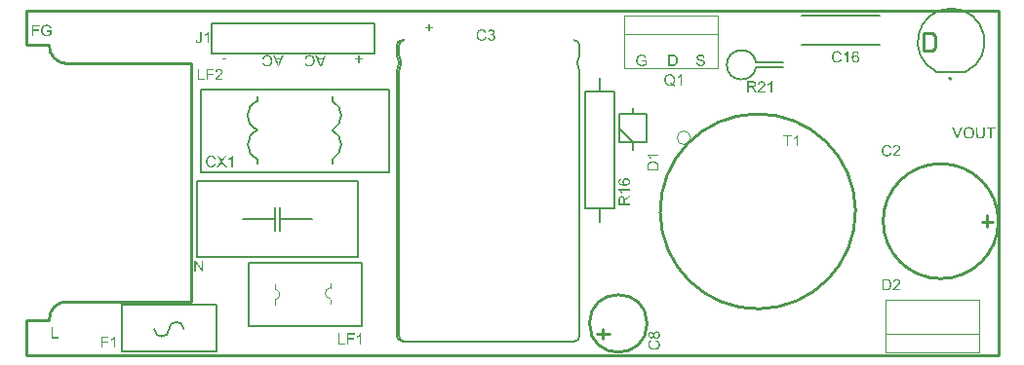
<source format=gto>
G04*
G04 #@! TF.GenerationSoftware,Altium Limited,Altium Designer,19.0.15 (446)*
G04*
G04 Layer_Color=65535*
%FSLAX25Y25*%
%MOIN*%
G70*
G01*
G75*
%ADD10C,0.00500*%
%ADD11C,0.00787*%
%ADD12C,0.00000*%
%ADD13C,0.01000*%
%ADD14C,0.00700*%
%ADD15C,0.00394*%
%ADD16C,0.00701*%
%ADD17C,0.00600*%
%ADD18R,0.00500X0.16000*%
%ADD19R,0.00500X0.16500*%
%ADD20R,0.32500X0.00500*%
%ADD21R,0.33000X0.00500*%
G36*
X343047Y467225D02*
X344094D01*
Y466786D01*
X343047D01*
Y465739D01*
X342603D01*
Y466786D01*
X341556D01*
Y467225D01*
X342603D01*
Y468278D01*
X343047D01*
Y467225D01*
D02*
G37*
G36*
X415646Y457839D02*
X415693D01*
X415792Y457827D01*
X415904Y457810D01*
X416032Y457786D01*
X416161Y457751D01*
X416290Y457704D01*
X416295D01*
X416307Y457698D01*
X416325Y457693D01*
X416348Y457681D01*
X416407Y457652D01*
X416483Y457605D01*
X416570Y457552D01*
X416658Y457488D01*
X416746Y457418D01*
X416822Y457330D01*
X416828Y457318D01*
X416851Y457289D01*
X416886Y457236D01*
X416933Y457160D01*
X416980Y457073D01*
X417027Y456967D01*
X417073Y456844D01*
X417114Y456704D01*
X416652Y456575D01*
Y456581D01*
X416646Y456587D01*
X416641Y456622D01*
X416617Y456675D01*
X416594Y456745D01*
X416565Y456815D01*
X416530Y456891D01*
X416489Y456967D01*
X416442Y457037D01*
X416436Y457043D01*
X416418Y457067D01*
X416389Y457096D01*
X416348Y457137D01*
X416295Y457178D01*
X416231Y457225D01*
X416161Y457266D01*
X416073Y457307D01*
X416061Y457312D01*
X416032Y457324D01*
X415980Y457342D01*
X415915Y457359D01*
X415839Y457377D01*
X415752Y457394D01*
X415652Y457406D01*
X415547Y457412D01*
X415488D01*
X415424Y457406D01*
X415342Y457400D01*
X415248Y457383D01*
X415143Y457365D01*
X415044Y457336D01*
X414944Y457301D01*
X414932Y457295D01*
X414903Y457283D01*
X414856Y457260D01*
X414798Y457225D01*
X414734Y457184D01*
X414663Y457137D01*
X414599Y457084D01*
X414535Y457020D01*
X414529Y457014D01*
X414511Y456991D01*
X414482Y456956D01*
X414447Y456909D01*
X414406Y456850D01*
X414365Y456786D01*
X414330Y456716D01*
X414295Y456640D01*
Y456634D01*
X414289Y456622D01*
X414283Y456605D01*
X414271Y456575D01*
X414260Y456546D01*
X414248Y456505D01*
X414225Y456412D01*
X414195Y456294D01*
X414172Y456166D01*
X414154Y456020D01*
X414149Y455867D01*
Y455862D01*
Y455844D01*
Y455821D01*
X414154Y455780D01*
Y455739D01*
X414160Y455686D01*
X414166Y455628D01*
X414172Y455569D01*
X414189Y455429D01*
X414225Y455282D01*
X414265Y455142D01*
X414324Y455002D01*
Y454996D01*
X414330Y454984D01*
X414342Y454967D01*
X414359Y454943D01*
X414400Y454885D01*
X414453Y454809D01*
X414523Y454727D01*
X414611Y454639D01*
X414716Y454557D01*
X414833Y454487D01*
X414839D01*
X414851Y454481D01*
X414868Y454469D01*
X414891Y454463D01*
X414921Y454452D01*
X414962Y454434D01*
X415049Y454405D01*
X415161Y454376D01*
X415278Y454347D01*
X415412Y454329D01*
X415553Y454323D01*
X415611D01*
X415675Y454329D01*
X415757Y454341D01*
X415851Y454352D01*
X415962Y454376D01*
X416079Y454405D01*
X416196Y454446D01*
X416202D01*
X416208Y454452D01*
X416225Y454458D01*
X416249Y454469D01*
X416307Y454493D01*
X416377Y454528D01*
X416453Y454569D01*
X416530Y454616D01*
X416606Y454668D01*
X416676Y454721D01*
Y455446D01*
X415547D01*
Y455897D01*
X417173D01*
Y454469D01*
X417167Y454463D01*
X417156Y454458D01*
X417138Y454440D01*
X417109Y454423D01*
X417073Y454393D01*
X417033Y454370D01*
X416933Y454300D01*
X416816Y454229D01*
X416687Y454153D01*
X416541Y454083D01*
X416395Y454019D01*
X416389D01*
X416377Y454013D01*
X416354Y454007D01*
X416325Y453996D01*
X416290Y453984D01*
X416249Y453972D01*
X416196Y453960D01*
X416143Y453949D01*
X416021Y453919D01*
X415886Y453896D01*
X415734Y453878D01*
X415582Y453873D01*
X415529D01*
X415488Y453878D01*
X415436D01*
X415377Y453884D01*
X415313Y453890D01*
X415242Y453902D01*
X415079Y453931D01*
X414909Y453972D01*
X414728Y454031D01*
X414552Y454112D01*
X414546Y454118D01*
X414535Y454124D01*
X414505Y454136D01*
X414476Y454159D01*
X414435Y454183D01*
X414394Y454212D01*
X414295Y454288D01*
X414178Y454387D01*
X414067Y454510D01*
X413955Y454651D01*
X413856Y454809D01*
Y454814D01*
X413844Y454832D01*
X413833Y454855D01*
X413821Y454890D01*
X413803Y454931D01*
X413780Y454984D01*
X413762Y455043D01*
X413739Y455113D01*
X413716Y455183D01*
X413698Y455265D01*
X413657Y455440D01*
X413634Y455633D01*
X413622Y455838D01*
Y455844D01*
Y455862D01*
Y455891D01*
X413628Y455932D01*
Y455984D01*
X413634Y456043D01*
X413640Y456107D01*
X413651Y456178D01*
X413681Y456341D01*
X413722Y456517D01*
X413780Y456704D01*
X413856Y456885D01*
Y456891D01*
X413868Y456909D01*
X413879Y456932D01*
X413897Y456967D01*
X413926Y457008D01*
X413955Y457049D01*
X414026Y457160D01*
X414125Y457277D01*
X414236Y457394D01*
X414377Y457506D01*
X414447Y457558D01*
X414529Y457605D01*
X414535D01*
X414546Y457617D01*
X414576Y457628D01*
X414605Y457640D01*
X414646Y457663D01*
X414698Y457681D01*
X414757Y457704D01*
X414821Y457728D01*
X414891Y457745D01*
X414968Y457769D01*
X415143Y457810D01*
X415330Y457833D01*
X415541Y457845D01*
X415611D01*
X415646Y457839D01*
D02*
G37*
G36*
X426219Y457775D02*
X426325Y457769D01*
X426442Y457757D01*
X426553Y457739D01*
X426646Y457722D01*
X426652D01*
X426664Y457716D01*
X426676D01*
X426699Y457704D01*
X426763Y457687D01*
X426839Y457658D01*
X426927Y457622D01*
X427021Y457576D01*
X427114Y457517D01*
X427208Y457447D01*
X427214D01*
X427220Y457435D01*
X427261Y457400D01*
X427313Y457342D01*
X427378Y457266D01*
X427454Y457172D01*
X427530Y457061D01*
X427600Y456932D01*
X427664Y456786D01*
Y456780D01*
X427670Y456768D01*
X427676Y456745D01*
X427688Y456716D01*
X427699Y456681D01*
X427711Y456634D01*
X427729Y456581D01*
X427740Y456523D01*
X427752Y456458D01*
X427770Y456388D01*
X427793Y456236D01*
X427810Y456066D01*
X427816Y455879D01*
Y455873D01*
Y455862D01*
Y455838D01*
Y455803D01*
X427810Y455768D01*
Y455721D01*
X427805Y455616D01*
X427793Y455499D01*
X427770Y455364D01*
X427746Y455230D01*
X427711Y455101D01*
Y455095D01*
X427705Y455084D01*
X427699Y455066D01*
X427694Y455043D01*
X427670Y454984D01*
X427641Y454902D01*
X427606Y454814D01*
X427559Y454721D01*
X427506Y454627D01*
X427448Y454539D01*
X427442Y454528D01*
X427419Y454504D01*
X427389Y454463D01*
X427343Y454411D01*
X427296Y454358D01*
X427231Y454300D01*
X427167Y454241D01*
X427097Y454189D01*
X427091Y454183D01*
X427062Y454171D01*
X427021Y454148D01*
X426968Y454118D01*
X426904Y454089D01*
X426828Y454060D01*
X426740Y454031D01*
X426641Y454001D01*
X426629D01*
X426594Y453990D01*
X426541Y453984D01*
X426465Y453972D01*
X426377Y453960D01*
X426272Y453949D01*
X426155Y453943D01*
X426026Y453937D01*
X424646D01*
Y457781D01*
X426120D01*
X426219Y457775D01*
D02*
G37*
G36*
X435697Y457839D02*
X435738D01*
X435838Y457827D01*
X435955Y457810D01*
X436084Y457786D01*
X436212Y457751D01*
X436335Y457704D01*
X436341D01*
X436347Y457698D01*
X436364Y457693D01*
X436388Y457681D01*
X436446Y457646D01*
X436522Y457605D01*
X436604Y457547D01*
X436686Y457476D01*
X436768Y457394D01*
X436838Y457301D01*
X436844Y457289D01*
X436867Y457254D01*
X436897Y457195D01*
X436926Y457125D01*
X436961Y457037D01*
X436996Y456932D01*
X437019Y456821D01*
X437031Y456698D01*
X436546Y456663D01*
Y456669D01*
Y456681D01*
X436540Y456698D01*
X436534Y456722D01*
X436522Y456786D01*
X436499Y456868D01*
X436464Y456956D01*
X436417Y457043D01*
X436353Y457131D01*
X436276Y457207D01*
X436265Y457213D01*
X436236Y457236D01*
X436183Y457266D01*
X436113Y457301D01*
X436019Y457336D01*
X435902Y457365D01*
X435768Y457388D01*
X435610Y457394D01*
X435534D01*
X435499Y457388D01*
X435452D01*
X435352Y457371D01*
X435241Y457353D01*
X435130Y457324D01*
X435025Y457283D01*
X434978Y457254D01*
X434937Y457225D01*
X434931Y457219D01*
X434908Y457195D01*
X434872Y457160D01*
X434837Y457108D01*
X434796Y457049D01*
X434767Y456979D01*
X434744Y456903D01*
X434732Y456815D01*
Y456804D01*
Y456780D01*
X434738Y456739D01*
X434750Y456692D01*
X434767Y456640D01*
X434796Y456581D01*
X434832Y456529D01*
X434878Y456476D01*
X434884Y456470D01*
X434913Y456453D01*
X434931Y456441D01*
X434954Y456423D01*
X434990Y456412D01*
X435031Y456394D01*
X435077Y456371D01*
X435130Y456347D01*
X435188Y456330D01*
X435259Y456306D01*
X435340Y456277D01*
X435428Y456254D01*
X435528Y456230D01*
X435639Y456201D01*
X435645D01*
X435668Y456195D01*
X435697Y456189D01*
X435738Y456178D01*
X435791Y456166D01*
X435850Y456148D01*
X435978Y456119D01*
X436119Y456078D01*
X436259Y456037D01*
X436329Y456020D01*
X436388Y455996D01*
X436446Y455973D01*
X436493Y455955D01*
X436499D01*
X436511Y455949D01*
X436522Y455938D01*
X436546Y455926D01*
X436604Y455891D01*
X436680Y455850D01*
X436762Y455791D01*
X436844Y455721D01*
X436920Y455645D01*
X436984Y455563D01*
X436990Y455552D01*
X437008Y455522D01*
X437037Y455476D01*
X437066Y455405D01*
X437095Y455329D01*
X437125Y455236D01*
X437142Y455130D01*
X437148Y455019D01*
Y455013D01*
Y455008D01*
Y454990D01*
Y454967D01*
X437137Y454908D01*
X437125Y454832D01*
X437107Y454744D01*
X437072Y454645D01*
X437031Y454539D01*
X436973Y454440D01*
X436967Y454428D01*
X436938Y454393D01*
X436903Y454347D01*
X436844Y454288D01*
X436774Y454218D01*
X436686Y454148D01*
X436581Y454083D01*
X436464Y454019D01*
X436458D01*
X436446Y454013D01*
X436429Y454007D01*
X436405Y453996D01*
X436376Y453984D01*
X436341Y453972D01*
X436247Y453949D01*
X436142Y453919D01*
X436013Y453896D01*
X435879Y453878D01*
X435727Y453873D01*
X435639D01*
X435598Y453878D01*
X435545D01*
X435487Y453884D01*
X435422Y453890D01*
X435288Y453908D01*
X435142Y453937D01*
X434995Y453972D01*
X434855Y454019D01*
X434849D01*
X434837Y454025D01*
X434820Y454036D01*
X434796Y454048D01*
X434732Y454083D01*
X434656Y454136D01*
X434562Y454200D01*
X434475Y454276D01*
X434381Y454370D01*
X434299Y454475D01*
Y454481D01*
X434293Y454487D01*
X434282Y454504D01*
X434270Y454528D01*
X434252Y454557D01*
X434235Y454592D01*
X434200Y454680D01*
X434165Y454779D01*
X434130Y454902D01*
X434106Y455031D01*
X434094Y455171D01*
X434574Y455212D01*
Y455206D01*
Y455201D01*
X434580Y455165D01*
X434592Y455113D01*
X434603Y455043D01*
X434627Y454967D01*
X434650Y454885D01*
X434685Y454809D01*
X434726Y454733D01*
X434732Y454727D01*
X434750Y454703D01*
X434779Y454668D01*
X434826Y454627D01*
X434878Y454580D01*
X434943Y454528D01*
X435025Y454481D01*
X435112Y454434D01*
X435118D01*
X435124Y454428D01*
X435159Y454417D01*
X435212Y454399D01*
X435288Y454382D01*
X435370Y454358D01*
X435475Y454341D01*
X435586Y454329D01*
X435703Y454323D01*
X435750D01*
X435809Y454329D01*
X435873Y454335D01*
X435955Y454341D01*
X436037Y454358D01*
X436124Y454376D01*
X436212Y454405D01*
X436224Y454411D01*
X436247Y454423D01*
X436288Y454440D01*
X436335Y454469D01*
X436393Y454504D01*
X436446Y454545D01*
X436499Y454592D01*
X436546Y454645D01*
X436552Y454651D01*
X436563Y454674D01*
X436581Y454703D01*
X436604Y454744D01*
X436622Y454791D01*
X436639Y454850D01*
X436651Y454908D01*
X436657Y454973D01*
Y454978D01*
Y455002D01*
X436651Y455037D01*
X436645Y455078D01*
X436633Y455130D01*
X436610Y455183D01*
X436587Y455236D01*
X436552Y455288D01*
X436546Y455294D01*
X436534Y455312D01*
X436505Y455335D01*
X436470Y455370D01*
X436423Y455405D01*
X436364Y455440D01*
X436288Y455481D01*
X436206Y455516D01*
X436201Y455522D01*
X436177Y455528D01*
X436130Y455540D01*
X436101Y455552D01*
X436066Y455563D01*
X436019Y455575D01*
X435972Y455587D01*
X435914Y455604D01*
X435855Y455622D01*
X435785Y455639D01*
X435703Y455657D01*
X435615Y455680D01*
X435522Y455704D01*
X435516D01*
X435499Y455710D01*
X435469Y455715D01*
X435434Y455727D01*
X435393Y455739D01*
X435346Y455751D01*
X435235Y455780D01*
X435112Y455821D01*
X434990Y455862D01*
X434878Y455903D01*
X434826Y455920D01*
X434785Y455943D01*
X434779D01*
X434773Y455949D01*
X434738Y455973D01*
X434691Y456002D01*
X434633Y456043D01*
X434562Y456096D01*
X434498Y456154D01*
X434434Y456224D01*
X434375Y456300D01*
X434369Y456312D01*
X434352Y456341D01*
X434334Y456382D01*
X434311Y456441D01*
X434282Y456511D01*
X434264Y456593D01*
X434247Y456686D01*
X434241Y456780D01*
Y456786D01*
Y456792D01*
Y456809D01*
Y456833D01*
X434252Y456885D01*
X434264Y456956D01*
X434282Y457043D01*
X434311Y457131D01*
X434352Y457231D01*
X434405Y457324D01*
Y457330D01*
X434410Y457336D01*
X434434Y457365D01*
X434475Y457412D01*
X434527Y457470D01*
X434592Y457529D01*
X434674Y457593D01*
X434773Y457658D01*
X434884Y457710D01*
X434890D01*
X434896Y457716D01*
X434913Y457722D01*
X434943Y457734D01*
X434972Y457739D01*
X435007Y457751D01*
X435089Y457781D01*
X435194Y457804D01*
X435311Y457821D01*
X435446Y457839D01*
X435586Y457845D01*
X435656D01*
X435697Y457839D01*
D02*
G37*
G36*
X273563Y456047D02*
X272118D01*
Y456521D01*
X273563D01*
Y456047D01*
D02*
G37*
G36*
X319016Y456500D02*
X320063D01*
Y456061D01*
X319016D01*
Y455014D01*
X318571D01*
Y456061D01*
X317524D01*
Y456500D01*
X318571D01*
Y457553D01*
X319016D01*
Y456500D01*
D02*
G37*
G36*
X291595Y453830D02*
X291039D01*
X289477Y457673D01*
X290050D01*
X290495Y456509D01*
X292109D01*
X292525Y457673D01*
X293063D01*
X291595Y453830D01*
D02*
G37*
G36*
X287511Y457732D02*
X287564D01*
X287622Y457726D01*
X287693Y457714D01*
X287763Y457708D01*
X287927Y457673D01*
X288096Y457632D01*
X288260Y457568D01*
X288342Y457533D01*
X288418Y457486D01*
X288424Y457480D01*
X288436Y457474D01*
X288453Y457457D01*
X288482Y457439D01*
X288553Y457381D01*
X288634Y457299D01*
X288734Y457199D01*
X288828Y457071D01*
X288927Y456924D01*
X289009Y456755D01*
Y456749D01*
X289015Y456731D01*
X289026Y456708D01*
X289038Y456673D01*
X289056Y456626D01*
X289073Y456573D01*
X289091Y456515D01*
X289108Y456445D01*
X289126Y456375D01*
X289143Y456293D01*
X289179Y456117D01*
X289202Y455930D01*
X289208Y455725D01*
Y455719D01*
Y455696D01*
Y455667D01*
X289202Y455626D01*
Y455573D01*
X289196Y455509D01*
X289190Y455444D01*
X289179Y455368D01*
X289149Y455204D01*
X289114Y455029D01*
X289056Y454848D01*
X288980Y454678D01*
Y454672D01*
X288968Y454661D01*
X288956Y454637D01*
X288939Y454602D01*
X288915Y454567D01*
X288886Y454526D01*
X288810Y454426D01*
X288722Y454315D01*
X288611Y454204D01*
X288477Y454093D01*
X288330Y453999D01*
X288324D01*
X288313Y453988D01*
X288289Y453976D01*
X288254Y453964D01*
X288219Y453947D01*
X288172Y453923D01*
X288114Y453906D01*
X288055Y453882D01*
X287991Y453859D01*
X287921Y453841D01*
X287763Y453800D01*
X287587Y453777D01*
X287400Y453765D01*
X287342D01*
X287301Y453771D01*
X287254Y453777D01*
X287195Y453783D01*
X287131Y453789D01*
X287061Y453800D01*
X286909Y453836D01*
X286745Y453888D01*
X286663Y453923D01*
X286581Y453964D01*
X286505Y454011D01*
X286429Y454064D01*
X286423Y454070D01*
X286411Y454075D01*
X286394Y454093D01*
X286365Y454116D01*
X286335Y454146D01*
X286295Y454187D01*
X286254Y454228D01*
X286213Y454274D01*
X286166Y454333D01*
X286125Y454391D01*
X286078Y454462D01*
X286031Y454538D01*
X285990Y454614D01*
X285949Y454701D01*
X285879Y454889D01*
X286382Y455006D01*
Y455000D01*
X286388Y454988D01*
X286394Y454965D01*
X286406Y454935D01*
X286423Y454900D01*
X286441Y454859D01*
X286482Y454772D01*
X286534Y454672D01*
X286605Y454567D01*
X286681Y454473D01*
X286774Y454391D01*
X286786Y454386D01*
X286821Y454362D01*
X286874Y454333D01*
X286950Y454292D01*
X287037Y454257D01*
X287149Y454228D01*
X287271Y454204D01*
X287412Y454198D01*
X287453D01*
X287482Y454204D01*
X287523D01*
X287564Y454210D01*
X287669Y454228D01*
X287786Y454251D01*
X287909Y454292D01*
X288032Y454345D01*
X288149Y454415D01*
X288155D01*
X288161Y454426D01*
X288196Y454456D01*
X288248Y454502D01*
X288313Y454567D01*
X288377Y454649D01*
X288447Y454742D01*
X288512Y454859D01*
X288564Y454988D01*
Y454994D01*
X288570Y455006D01*
X288576Y455023D01*
X288582Y455052D01*
X288594Y455082D01*
X288599Y455123D01*
X288623Y455216D01*
X288646Y455327D01*
X288664Y455450D01*
X288675Y455585D01*
X288681Y455725D01*
Y455731D01*
Y455749D01*
Y455772D01*
Y455807D01*
X288675Y455848D01*
Y455901D01*
X288670Y455953D01*
X288664Y456012D01*
X288646Y456146D01*
X288623Y456293D01*
X288588Y456439D01*
X288541Y456579D01*
Y456585D01*
X288535Y456597D01*
X288523Y456614D01*
X288512Y456638D01*
X288482Y456708D01*
X288436Y456784D01*
X288371Y456878D01*
X288295Y456965D01*
X288208Y457053D01*
X288102Y457129D01*
X288096D01*
X288090Y457135D01*
X288073Y457147D01*
X288050Y457158D01*
X287985Y457182D01*
X287903Y457217D01*
X287810Y457246D01*
X287699Y457275D01*
X287576Y457299D01*
X287447Y457305D01*
X287406D01*
X287377Y457299D01*
X287342D01*
X287295Y457293D01*
X287195Y457275D01*
X287084Y457246D01*
X286961Y457199D01*
X286844Y457141D01*
X286727Y457059D01*
X286722Y457053D01*
X286716Y457047D01*
X286681Y457012D01*
X286628Y456954D01*
X286564Y456878D01*
X286499Y456772D01*
X286429Y456649D01*
X286371Y456497D01*
X286324Y456328D01*
X285815Y456456D01*
Y456462D01*
X285821Y456486D01*
X285832Y456515D01*
X285844Y456562D01*
X285868Y456608D01*
X285891Y456673D01*
X285914Y456737D01*
X285949Y456807D01*
X286025Y456965D01*
X286131Y457123D01*
X286248Y457275D01*
X286318Y457346D01*
X286394Y457410D01*
X286400Y457416D01*
X286411Y457422D01*
X286435Y457439D01*
X286470Y457463D01*
X286511Y457486D01*
X286558Y457515D01*
X286610Y457545D01*
X286675Y457574D01*
X286745Y457603D01*
X286821Y457632D01*
X286909Y457661D01*
X286997Y457685D01*
X287190Y457726D01*
X287295Y457732D01*
X287406Y457738D01*
X287464D01*
X287511Y457732D01*
D02*
G37*
G36*
X306095Y453830D02*
X305539D01*
X303977Y457673D01*
X304550D01*
X304995Y456509D01*
X306609D01*
X307025Y457673D01*
X307563D01*
X306095Y453830D01*
D02*
G37*
G36*
X302011Y457732D02*
X302064D01*
X302122Y457726D01*
X302193Y457714D01*
X302263Y457708D01*
X302427Y457673D01*
X302596Y457632D01*
X302760Y457568D01*
X302842Y457533D01*
X302918Y457486D01*
X302924Y457480D01*
X302936Y457474D01*
X302953Y457457D01*
X302982Y457439D01*
X303053Y457381D01*
X303134Y457299D01*
X303234Y457199D01*
X303328Y457071D01*
X303427Y456924D01*
X303509Y456755D01*
Y456749D01*
X303515Y456731D01*
X303526Y456708D01*
X303538Y456673D01*
X303556Y456626D01*
X303573Y456573D01*
X303591Y456515D01*
X303608Y456445D01*
X303626Y456375D01*
X303643Y456293D01*
X303679Y456117D01*
X303702Y455930D01*
X303708Y455725D01*
Y455719D01*
Y455696D01*
Y455667D01*
X303702Y455626D01*
Y455573D01*
X303696Y455509D01*
X303690Y455444D01*
X303679Y455368D01*
X303649Y455204D01*
X303614Y455029D01*
X303556Y454848D01*
X303480Y454678D01*
Y454672D01*
X303468Y454661D01*
X303456Y454637D01*
X303439Y454602D01*
X303415Y454567D01*
X303386Y454526D01*
X303310Y454426D01*
X303222Y454315D01*
X303111Y454204D01*
X302977Y454093D01*
X302830Y453999D01*
X302824D01*
X302813Y453988D01*
X302789Y453976D01*
X302754Y453964D01*
X302719Y453947D01*
X302672Y453923D01*
X302614Y453906D01*
X302555Y453882D01*
X302491Y453859D01*
X302421Y453841D01*
X302263Y453800D01*
X302087Y453777D01*
X301900Y453765D01*
X301842D01*
X301801Y453771D01*
X301754Y453777D01*
X301695Y453783D01*
X301631Y453789D01*
X301561Y453800D01*
X301409Y453836D01*
X301245Y453888D01*
X301163Y453923D01*
X301081Y453964D01*
X301005Y454011D01*
X300929Y454064D01*
X300923Y454070D01*
X300911Y454075D01*
X300894Y454093D01*
X300865Y454116D01*
X300835Y454146D01*
X300795Y454187D01*
X300754Y454228D01*
X300713Y454274D01*
X300666Y454333D01*
X300625Y454391D01*
X300578Y454462D01*
X300531Y454538D01*
X300490Y454614D01*
X300449Y454701D01*
X300379Y454889D01*
X300882Y455006D01*
Y455000D01*
X300888Y454988D01*
X300894Y454965D01*
X300906Y454935D01*
X300923Y454900D01*
X300941Y454859D01*
X300982Y454772D01*
X301034Y454672D01*
X301105Y454567D01*
X301181Y454473D01*
X301274Y454391D01*
X301286Y454386D01*
X301321Y454362D01*
X301374Y454333D01*
X301450Y454292D01*
X301537Y454257D01*
X301649Y454228D01*
X301771Y454204D01*
X301912Y454198D01*
X301953D01*
X301982Y454204D01*
X302023D01*
X302064Y454210D01*
X302169Y454228D01*
X302286Y454251D01*
X302409Y454292D01*
X302532Y454345D01*
X302649Y454415D01*
X302655D01*
X302661Y454426D01*
X302696Y454456D01*
X302748Y454502D01*
X302813Y454567D01*
X302877Y454649D01*
X302947Y454742D01*
X303012Y454859D01*
X303064Y454988D01*
Y454994D01*
X303070Y455006D01*
X303076Y455023D01*
X303082Y455052D01*
X303094Y455082D01*
X303099Y455123D01*
X303123Y455216D01*
X303146Y455327D01*
X303164Y455450D01*
X303175Y455585D01*
X303181Y455725D01*
Y455731D01*
Y455749D01*
Y455772D01*
Y455807D01*
X303175Y455848D01*
Y455901D01*
X303170Y455953D01*
X303164Y456012D01*
X303146Y456146D01*
X303123Y456293D01*
X303088Y456439D01*
X303041Y456579D01*
Y456585D01*
X303035Y456597D01*
X303023Y456614D01*
X303012Y456638D01*
X302982Y456708D01*
X302936Y456784D01*
X302871Y456878D01*
X302795Y456965D01*
X302708Y457053D01*
X302602Y457129D01*
X302596D01*
X302590Y457135D01*
X302573Y457147D01*
X302550Y457158D01*
X302485Y457182D01*
X302403Y457217D01*
X302310Y457246D01*
X302199Y457275D01*
X302076Y457299D01*
X301947Y457305D01*
X301906D01*
X301877Y457299D01*
X301842D01*
X301795Y457293D01*
X301695Y457275D01*
X301584Y457246D01*
X301461Y457199D01*
X301344Y457141D01*
X301227Y457059D01*
X301222Y457053D01*
X301216Y457047D01*
X301181Y457012D01*
X301128Y456954D01*
X301064Y456878D01*
X300999Y456772D01*
X300929Y456649D01*
X300871Y456497D01*
X300824Y456328D01*
X300315Y456456D01*
Y456462D01*
X300321Y456486D01*
X300332Y456515D01*
X300344Y456562D01*
X300367Y456608D01*
X300391Y456673D01*
X300414Y456737D01*
X300449Y456807D01*
X300525Y456965D01*
X300631Y457123D01*
X300748Y457275D01*
X300818Y457346D01*
X300894Y457410D01*
X300900Y457416D01*
X300911Y457422D01*
X300935Y457439D01*
X300970Y457463D01*
X301011Y457486D01*
X301058Y457515D01*
X301110Y457545D01*
X301175Y457574D01*
X301245Y457603D01*
X301321Y457632D01*
X301409Y457661D01*
X301497Y457685D01*
X301690Y457726D01*
X301795Y457732D01*
X301906Y457738D01*
X301964D01*
X302011Y457732D01*
D02*
G37*
G36*
X212235Y468075D02*
X212281D01*
X212381Y468063D01*
X212492Y468046D01*
X212621Y468022D01*
X212749Y467987D01*
X212878Y467941D01*
X212884D01*
X212896Y467935D01*
X212913Y467929D01*
X212937Y467917D01*
X212995Y467888D01*
X213071Y467841D01*
X213159Y467789D01*
X213247Y467724D01*
X213334Y467654D01*
X213410Y467566D01*
X213416Y467555D01*
X213440Y467525D01*
X213475Y467473D01*
X213522Y467397D01*
X213568Y467309D01*
X213615Y467204D01*
X213662Y467081D01*
X213703Y466940D01*
X213241Y466812D01*
Y466817D01*
X213235Y466823D01*
X213229Y466858D01*
X213206Y466911D01*
X213182Y466981D01*
X213153Y467051D01*
X213118Y467128D01*
X213077Y467204D01*
X213030Y467274D01*
X213024Y467280D01*
X213007Y467303D01*
X212978Y467332D01*
X212937Y467373D01*
X212884Y467414D01*
X212820Y467461D01*
X212749Y467502D01*
X212662Y467543D01*
X212650Y467549D01*
X212621Y467560D01*
X212568Y467578D01*
X212504Y467595D01*
X212428Y467613D01*
X212340Y467631D01*
X212241Y467642D01*
X212135Y467648D01*
X212077D01*
X212012Y467642D01*
X211930Y467636D01*
X211837Y467619D01*
X211732Y467601D01*
X211632Y467572D01*
X211533Y467537D01*
X211521Y467531D01*
X211492Y467519D01*
X211445Y467496D01*
X211386Y467461D01*
X211322Y467420D01*
X211252Y467373D01*
X211188Y467320D01*
X211123Y467256D01*
X211117Y467250D01*
X211100Y467227D01*
X211070Y467192D01*
X211035Y467145D01*
X210994Y467087D01*
X210953Y467022D01*
X210918Y466952D01*
X210883Y466876D01*
Y466870D01*
X210877Y466858D01*
X210872Y466841D01*
X210860Y466812D01*
X210848Y466782D01*
X210837Y466741D01*
X210813Y466648D01*
X210784Y466531D01*
X210760Y466402D01*
X210743Y466256D01*
X210737Y466104D01*
Y466098D01*
Y466080D01*
Y466057D01*
X210743Y466016D01*
Y465975D01*
X210749Y465922D01*
X210755Y465864D01*
X210760Y465805D01*
X210778Y465665D01*
X210813Y465519D01*
X210854Y465378D01*
X210912Y465238D01*
Y465232D01*
X210918Y465220D01*
X210930Y465203D01*
X210948Y465179D01*
X210989Y465121D01*
X211041Y465045D01*
X211111Y464963D01*
X211199Y464875D01*
X211304Y464793D01*
X211421Y464723D01*
X211427D01*
X211439Y464717D01*
X211457Y464706D01*
X211480Y464700D01*
X211509Y464688D01*
X211550Y464671D01*
X211638Y464641D01*
X211749Y464612D01*
X211866Y464583D01*
X212001Y464565D01*
X212141Y464559D01*
X212199D01*
X212264Y464565D01*
X212346Y464577D01*
X212439Y464589D01*
X212550Y464612D01*
X212667Y464641D01*
X212785Y464682D01*
X212790D01*
X212796Y464688D01*
X212814Y464694D01*
X212837Y464706D01*
X212896Y464729D01*
X212966Y464764D01*
X213042Y464805D01*
X213118Y464852D01*
X213194Y464904D01*
X213264Y464957D01*
Y465683D01*
X212135D01*
Y466133D01*
X213761D01*
Y464706D01*
X213756Y464700D01*
X213744Y464694D01*
X213726Y464676D01*
X213697Y464659D01*
X213662Y464630D01*
X213621Y464606D01*
X213522Y464536D01*
X213405Y464466D01*
X213276Y464390D01*
X213130Y464320D01*
X212983Y464255D01*
X212978D01*
X212966Y464249D01*
X212943Y464243D01*
X212913Y464232D01*
X212878Y464220D01*
X212837Y464208D01*
X212785Y464197D01*
X212732Y464185D01*
X212609Y464156D01*
X212474Y464132D01*
X212322Y464115D01*
X212170Y464109D01*
X212118D01*
X212077Y464115D01*
X212024D01*
X211965Y464121D01*
X211901Y464126D01*
X211831Y464138D01*
X211667Y464167D01*
X211497Y464208D01*
X211316Y464267D01*
X211141Y464349D01*
X211135Y464355D01*
X211123Y464360D01*
X211094Y464372D01*
X211065Y464396D01*
X211024Y464419D01*
X210983Y464448D01*
X210883Y464524D01*
X210766Y464624D01*
X210655Y464747D01*
X210544Y464887D01*
X210444Y465045D01*
Y465051D01*
X210433Y465068D01*
X210421Y465092D01*
X210409Y465127D01*
X210392Y465168D01*
X210368Y465220D01*
X210351Y465279D01*
X210328Y465349D01*
X210304Y465419D01*
X210287Y465501D01*
X210246Y465677D01*
X210222Y465870D01*
X210210Y466075D01*
Y466080D01*
Y466098D01*
Y466127D01*
X210216Y466168D01*
Y466221D01*
X210222Y466279D01*
X210228Y466344D01*
X210240Y466414D01*
X210269Y466578D01*
X210310Y466753D01*
X210368Y466940D01*
X210444Y467122D01*
Y467128D01*
X210456Y467145D01*
X210468Y467168D01*
X210486Y467204D01*
X210515Y467244D01*
X210544Y467285D01*
X210614Y467397D01*
X210714Y467514D01*
X210825Y467631D01*
X210965Y467742D01*
X211035Y467794D01*
X211117Y467841D01*
X211123D01*
X211135Y467853D01*
X211164Y467865D01*
X211193Y467876D01*
X211234Y467900D01*
X211287Y467917D01*
X211345Y467941D01*
X211410Y467964D01*
X211480Y467982D01*
X211556Y468005D01*
X211732Y468046D01*
X211919Y468069D01*
X212129Y468081D01*
X212199D01*
X212235Y468075D01*
D02*
G37*
G36*
X209678Y467566D02*
X207596D01*
Y466367D01*
X209397D01*
Y465916D01*
X207596D01*
Y464173D01*
X207087D01*
Y468017D01*
X209678D01*
Y467566D01*
D02*
G37*
G36*
X468927Y426378D02*
X468454D01*
Y429385D01*
X468448Y429379D01*
X468424Y429356D01*
X468384Y429326D01*
X468331Y429285D01*
X468266Y429233D01*
X468190Y429180D01*
X468103Y429116D01*
X468003Y429057D01*
X467997D01*
X467991Y429051D01*
X467956Y429028D01*
X467904Y428999D01*
X467839Y428964D01*
X467763Y428923D01*
X467682Y428888D01*
X467594Y428847D01*
X467512Y428812D01*
Y429274D01*
X467518D01*
X467529Y429280D01*
X467553Y429291D01*
X467576Y429309D01*
X467611Y429326D01*
X467652Y429344D01*
X467746Y429397D01*
X467851Y429461D01*
X467968Y429537D01*
X468085Y429625D01*
X468196Y429718D01*
X468202Y429724D01*
X468208Y429730D01*
X468243Y429765D01*
X468296Y429818D01*
X468360Y429882D01*
X468430Y429964D01*
X468501Y430052D01*
X468565Y430145D01*
X468617Y430239D01*
X468927D01*
Y426378D01*
D02*
G37*
G36*
X466816Y429771D02*
X465552D01*
Y426378D01*
X465043D01*
Y429771D01*
X463779D01*
Y430221D01*
X466816D01*
Y429771D01*
D02*
G37*
G36*
X460010Y444882D02*
X459537D01*
Y447889D01*
X459531Y447883D01*
X459507Y447859D01*
X459466Y447830D01*
X459414Y447789D01*
X459349Y447737D01*
X459273Y447684D01*
X459186Y447620D01*
X459086Y447561D01*
X459080D01*
X459074Y447555D01*
X459039Y447532D01*
X458987Y447503D01*
X458922Y447468D01*
X458846Y447427D01*
X458765Y447392D01*
X458677Y447351D01*
X458595Y447316D01*
Y447778D01*
X458601D01*
X458612Y447784D01*
X458636Y447795D01*
X458659Y447813D01*
X458694Y447830D01*
X458735Y447848D01*
X458829Y447900D01*
X458934Y447965D01*
X459051Y448041D01*
X459168Y448129D01*
X459279Y448222D01*
X459285Y448228D01*
X459291Y448234D01*
X459326Y448269D01*
X459379Y448322D01*
X459443Y448386D01*
X459513Y448468D01*
X459583Y448556D01*
X459648Y448649D01*
X459700Y448743D01*
X460010D01*
Y444882D01*
D02*
G37*
G36*
X456612Y448737D02*
X456658Y448731D01*
X456711Y448725D01*
X456770Y448720D01*
X456834Y448702D01*
X456974Y448667D01*
X457121Y448614D01*
X457197Y448579D01*
X457267Y448538D01*
X457331Y448486D01*
X457396Y448433D01*
X457401Y448427D01*
X457407Y448421D01*
X457425Y448404D01*
X457448Y448380D01*
X457472Y448345D01*
X457501Y448310D01*
X457559Y448222D01*
X457618Y448111D01*
X457670Y447982D01*
X457711Y447836D01*
X457717Y447754D01*
X457723Y447672D01*
Y447661D01*
Y447631D01*
X457717Y447585D01*
X457711Y447526D01*
X457700Y447456D01*
X457682Y447380D01*
X457659Y447298D01*
X457624Y447216D01*
X457618Y447204D01*
X457606Y447175D01*
X457583Y447134D01*
X457548Y447076D01*
X457507Y447005D01*
X457454Y446923D01*
X457384Y446842D01*
X457308Y446748D01*
X457296Y446736D01*
X457267Y446701D01*
X457214Y446649D01*
X457179Y446614D01*
X457138Y446572D01*
X457091Y446526D01*
X457033Y446473D01*
X456974Y446420D01*
X456910Y446356D01*
X456840Y446292D01*
X456758Y446221D01*
X456676Y446151D01*
X456582Y446069D01*
X456577Y446064D01*
X456565Y446052D01*
X456541Y446034D01*
X456512Y446011D01*
X456442Y445952D01*
X456354Y445876D01*
X456266Y445794D01*
X456173Y445713D01*
X456097Y445642D01*
X456068Y445613D01*
X456038Y445584D01*
X456033Y445578D01*
X456021Y445561D01*
X455997Y445537D01*
X455968Y445502D01*
X455904Y445426D01*
X455839Y445332D01*
X457729D01*
Y444882D01*
X455184D01*
Y444888D01*
Y444911D01*
Y444946D01*
X455190Y444987D01*
X455196Y445034D01*
X455202Y445087D01*
X455219Y445145D01*
X455237Y445204D01*
Y445210D01*
X455243Y445215D01*
X455254Y445250D01*
X455278Y445297D01*
X455313Y445367D01*
X455354Y445443D01*
X455412Y445531D01*
X455471Y445619D01*
X455547Y445713D01*
Y445718D01*
X455559Y445724D01*
X455588Y445759D01*
X455635Y445812D01*
X455705Y445882D01*
X455793Y445964D01*
X455898Y446064D01*
X456027Y446175D01*
X456167Y446298D01*
X456173Y446303D01*
X456196Y446321D01*
X456226Y446344D01*
X456266Y446385D01*
X456319Y446426D01*
X456378Y446479D01*
X456506Y446590D01*
X456647Y446725D01*
X456787Y446859D01*
X456857Y446923D01*
X456916Y446988D01*
X456968Y447052D01*
X457015Y447111D01*
Y447117D01*
X457027Y447122D01*
X457039Y447140D01*
X457050Y447163D01*
X457086Y447222D01*
X457127Y447298D01*
X457167Y447386D01*
X457202Y447479D01*
X457226Y447585D01*
X457238Y447684D01*
Y447690D01*
Y447696D01*
X457232Y447731D01*
X457226Y447784D01*
X457214Y447848D01*
X457185Y447924D01*
X457150Y448000D01*
X457103Y448082D01*
X457033Y448158D01*
X457021Y448164D01*
X456998Y448187D01*
X456951Y448216D01*
X456892Y448257D01*
X456816Y448292D01*
X456729Y448322D01*
X456623Y448345D01*
X456506Y448351D01*
X456471D01*
X456448Y448345D01*
X456389Y448339D01*
X456313Y448327D01*
X456226Y448298D01*
X456132Y448263D01*
X456044Y448210D01*
X455962Y448140D01*
X455957Y448129D01*
X455933Y448105D01*
X455898Y448058D01*
X455863Y447994D01*
X455822Y447912D01*
X455793Y447819D01*
X455769Y447707D01*
X455758Y447579D01*
X455272Y447631D01*
Y447637D01*
Y447655D01*
X455278Y447684D01*
X455284Y447719D01*
X455295Y447766D01*
X455301Y447819D01*
X455336Y447936D01*
X455383Y448070D01*
X455447Y448205D01*
X455535Y448339D01*
X455582Y448398D01*
X455641Y448456D01*
X455646Y448462D01*
X455658Y448468D01*
X455676Y448486D01*
X455699Y448503D01*
X455734Y448521D01*
X455775Y448550D01*
X455822Y448573D01*
X455874Y448602D01*
X455933Y448626D01*
X455997Y448655D01*
X456073Y448678D01*
X456149Y448696D01*
X456325Y448731D01*
X456419Y448737D01*
X456518Y448743D01*
X456571D01*
X456612Y448737D01*
D02*
G37*
G36*
X453406Y448720D02*
X453453D01*
X453570Y448714D01*
X453692Y448702D01*
X453821Y448678D01*
X453944Y448655D01*
X454003Y448638D01*
X454055Y448620D01*
X454061D01*
X454067Y448614D01*
X454102Y448602D01*
X454149Y448573D01*
X454207Y448532D01*
X454278Y448486D01*
X454348Y448421D01*
X454418Y448345D01*
X454482Y448251D01*
X454488Y448240D01*
X454506Y448205D01*
X454535Y448152D01*
X454564Y448082D01*
X454593Y447994D01*
X454623Y447895D01*
X454640Y447789D01*
X454646Y447672D01*
Y447667D01*
Y447655D01*
Y447631D01*
X454640Y447602D01*
Y447567D01*
X454634Y447526D01*
X454611Y447433D01*
X454582Y447321D01*
X454535Y447210D01*
X454465Y447093D01*
X454424Y447035D01*
X454377Y446982D01*
X454365Y446970D01*
X454348Y446959D01*
X454330Y446935D01*
X454301Y446918D01*
X454266Y446888D01*
X454225Y446865D01*
X454178Y446836D01*
X454125Y446806D01*
X454061Y446777D01*
X453997Y446748D01*
X453921Y446719D01*
X453845Y446690D01*
X453757Y446666D01*
X453663Y446649D01*
X453564Y446631D01*
X453576Y446625D01*
X453599Y446614D01*
X453634Y446596D01*
X453675Y446572D01*
X453774Y446508D01*
X453827Y446473D01*
X453868Y446438D01*
X453880Y446426D01*
X453909Y446403D01*
X453950Y446356D01*
X454003Y446298D01*
X454067Y446221D01*
X454137Y446134D01*
X454213Y446034D01*
X454289Y445923D01*
X454956Y444882D01*
X454319D01*
X453809Y445678D01*
Y445683D01*
X453798Y445695D01*
X453786Y445713D01*
X453774Y445736D01*
X453733Y445794D01*
X453681Y445870D01*
X453622Y445958D01*
X453558Y446046D01*
X453499Y446128D01*
X453441Y446204D01*
X453435Y446210D01*
X453418Y446233D01*
X453388Y446268D01*
X453359Y446309D01*
X453271Y446391D01*
X453230Y446432D01*
X453184Y446461D01*
X453178Y446467D01*
X453166Y446473D01*
X453143Y446485D01*
X453113Y446502D01*
X453043Y446537D01*
X452955Y446567D01*
X452949D01*
X452938Y446572D01*
X452914D01*
X452885Y446578D01*
X452844Y446584D01*
X452798D01*
X452739Y446590D01*
X452084D01*
Y444882D01*
X451575D01*
Y448725D01*
X453359D01*
X453406Y448720D01*
D02*
G37*
G36*
X421260Y423094D02*
X418253D01*
X418259Y423089D01*
X418282Y423065D01*
X418311Y423024D01*
X418352Y422972D01*
X418405Y422907D01*
X418458Y422831D01*
X418522Y422743D01*
X418580Y422644D01*
Y422638D01*
X418586Y422632D01*
X418610Y422597D01*
X418639Y422544D01*
X418674Y422480D01*
X418715Y422404D01*
X418750Y422322D01*
X418791Y422234D01*
X418826Y422153D01*
X418364D01*
Y422158D01*
X418358Y422170D01*
X418347Y422193D01*
X418329Y422217D01*
X418311Y422252D01*
X418294Y422293D01*
X418241Y422387D01*
X418177Y422492D01*
X418101Y422609D01*
X418013Y422726D01*
X417919Y422837D01*
X417914Y422843D01*
X417908Y422849D01*
X417873Y422884D01*
X417820Y422936D01*
X417756Y423001D01*
X417674Y423071D01*
X417586Y423141D01*
X417492Y423206D01*
X417399Y423258D01*
Y423568D01*
X421260D01*
Y423094D01*
D02*
G37*
G36*
X419429Y421275D02*
X419476D01*
X419581Y421269D01*
X419698Y421257D01*
X419832Y421234D01*
X419967Y421211D01*
X420096Y421176D01*
X420101D01*
X420113Y421170D01*
X420131Y421164D01*
X420154Y421158D01*
X420213Y421135D01*
X420295Y421105D01*
X420382Y421070D01*
X420476Y421024D01*
X420570Y420971D01*
X420657Y420912D01*
X420669Y420906D01*
X420692Y420883D01*
X420733Y420854D01*
X420786Y420807D01*
X420839Y420760D01*
X420897Y420696D01*
X420956Y420632D01*
X421008Y420561D01*
X421014Y420555D01*
X421026Y420526D01*
X421049Y420485D01*
X421078Y420433D01*
X421108Y420368D01*
X421137Y420292D01*
X421166Y420204D01*
X421196Y420105D01*
Y420093D01*
X421207Y420058D01*
X421213Y420006D01*
X421225Y419930D01*
X421236Y419842D01*
X421248Y419736D01*
X421254Y419620D01*
X421260Y419491D01*
Y418110D01*
X417416D01*
Y419584D01*
X417422Y419684D01*
X417428Y419789D01*
X417440Y419906D01*
X417457Y420017D01*
X417475Y420111D01*
Y420117D01*
X417481Y420128D01*
Y420140D01*
X417492Y420164D01*
X417510Y420228D01*
X417539Y420304D01*
X417574Y420392D01*
X417621Y420485D01*
X417680Y420579D01*
X417750Y420673D01*
Y420678D01*
X417762Y420684D01*
X417797Y420725D01*
X417855Y420778D01*
X417931Y420842D01*
X418025Y420918D01*
X418136Y420994D01*
X418265Y421065D01*
X418411Y421129D01*
X418417D01*
X418428Y421135D01*
X418452Y421140D01*
X418481Y421152D01*
X418516Y421164D01*
X418563Y421176D01*
X418616Y421193D01*
X418674Y421205D01*
X418739Y421217D01*
X418809Y421234D01*
X418961Y421257D01*
X419130Y421275D01*
X419318Y421281D01*
X419323D01*
X419335D01*
X419359D01*
X419394D01*
X419429Y421275D01*
D02*
G37*
G36*
X360962Y466500D02*
X361009Y466495D01*
X361068Y466489D01*
X361132Y466483D01*
X361202Y466471D01*
X361354Y466436D01*
X361518Y466383D01*
X361600Y466348D01*
X361682Y466307D01*
X361758Y466260D01*
X361834Y466208D01*
X361840Y466202D01*
X361851Y466196D01*
X361869Y466179D01*
X361898Y466155D01*
X361928Y466126D01*
X361968Y466085D01*
X362009Y466044D01*
X362050Y465997D01*
X362097Y465939D01*
X362138Y465880D01*
X362185Y465810D01*
X362232Y465734D01*
X362273Y465658D01*
X362314Y465570D01*
X362384Y465383D01*
X361881Y465266D01*
Y465272D01*
X361875Y465284D01*
X361869Y465307D01*
X361857Y465336D01*
X361840Y465371D01*
X361822Y465412D01*
X361781Y465500D01*
X361729Y465599D01*
X361658Y465705D01*
X361582Y465798D01*
X361489Y465880D01*
X361477Y465886D01*
X361442Y465909D01*
X361389Y465939D01*
X361313Y465980D01*
X361226Y466015D01*
X361114Y466044D01*
X360992Y466068D01*
X360851Y466073D01*
X360810D01*
X360781Y466068D01*
X360740D01*
X360699Y466062D01*
X360594Y466044D01*
X360477Y466021D01*
X360354Y465980D01*
X360231Y465927D01*
X360114Y465857D01*
X360108D01*
X360102Y465845D01*
X360067Y465816D01*
X360015Y465769D01*
X359950Y465705D01*
X359886Y465623D01*
X359816Y465529D01*
X359751Y465412D01*
X359699Y465284D01*
Y465278D01*
X359693Y465266D01*
X359687Y465248D01*
X359681Y465219D01*
X359669Y465190D01*
X359664Y465149D01*
X359640Y465055D01*
X359617Y464944D01*
X359599Y464821D01*
X359588Y464687D01*
X359582Y464546D01*
Y464541D01*
Y464523D01*
Y464500D01*
Y464465D01*
X359588Y464424D01*
Y464371D01*
X359593Y464318D01*
X359599Y464260D01*
X359617Y464125D01*
X359640Y463979D01*
X359675Y463833D01*
X359722Y463692D01*
Y463687D01*
X359728Y463675D01*
X359740Y463657D01*
X359751Y463634D01*
X359781Y463564D01*
X359827Y463488D01*
X359892Y463394D01*
X359968Y463306D01*
X360055Y463218D01*
X360161Y463142D01*
X360167D01*
X360173Y463137D01*
X360190Y463125D01*
X360213Y463113D01*
X360278Y463090D01*
X360360Y463055D01*
X360453Y463026D01*
X360564Y462996D01*
X360687Y462973D01*
X360816Y462967D01*
X360857D01*
X360886Y462973D01*
X360921D01*
X360968Y462979D01*
X361068Y462996D01*
X361179Y463026D01*
X361301Y463072D01*
X361419Y463131D01*
X361536Y463213D01*
X361541Y463218D01*
X361547Y463224D01*
X361582Y463260D01*
X361635Y463318D01*
X361699Y463394D01*
X361764Y463499D01*
X361834Y463622D01*
X361892Y463774D01*
X361939Y463944D01*
X362448Y463815D01*
Y463809D01*
X362442Y463786D01*
X362431Y463757D01*
X362419Y463710D01*
X362396Y463663D01*
X362372Y463599D01*
X362349Y463534D01*
X362314Y463464D01*
X362238Y463306D01*
X362132Y463148D01*
X362015Y462996D01*
X361945Y462926D01*
X361869Y462862D01*
X361863Y462856D01*
X361851Y462850D01*
X361828Y462832D01*
X361793Y462809D01*
X361752Y462786D01*
X361705Y462756D01*
X361652Y462727D01*
X361588Y462698D01*
X361518Y462669D01*
X361442Y462639D01*
X361354Y462610D01*
X361266Y462587D01*
X361073Y462546D01*
X360968Y462540D01*
X360857Y462534D01*
X360798D01*
X360752Y462540D01*
X360699D01*
X360641Y462546D01*
X360570Y462558D01*
X360500Y462563D01*
X360336Y462598D01*
X360167Y462639D01*
X360003Y462704D01*
X359921Y462739D01*
X359845Y462786D01*
X359839Y462791D01*
X359827Y462797D01*
X359810Y462815D01*
X359781Y462832D01*
X359710Y462891D01*
X359628Y462973D01*
X359529Y463072D01*
X359435Y463201D01*
X359336Y463347D01*
X359254Y463517D01*
Y463523D01*
X359248Y463540D01*
X359237Y463564D01*
X359225Y463599D01*
X359207Y463646D01*
X359190Y463698D01*
X359172Y463757D01*
X359155Y463827D01*
X359137Y463897D01*
X359120Y463979D01*
X359084Y464154D01*
X359061Y464342D01*
X359055Y464546D01*
Y464552D01*
Y464576D01*
Y464605D01*
X359061Y464646D01*
Y464699D01*
X359067Y464763D01*
X359073Y464827D01*
X359084Y464903D01*
X359114Y465067D01*
X359149Y465243D01*
X359207Y465424D01*
X359283Y465594D01*
Y465599D01*
X359295Y465611D01*
X359307Y465635D01*
X359324Y465670D01*
X359348Y465705D01*
X359377Y465746D01*
X359453Y465845D01*
X359541Y465956D01*
X359652Y466068D01*
X359786Y466179D01*
X359933Y466272D01*
X359939D01*
X359950Y466284D01*
X359974Y466296D01*
X360009Y466307D01*
X360044Y466325D01*
X360091Y466348D01*
X360149Y466366D01*
X360208Y466389D01*
X360272Y466413D01*
X360342Y466430D01*
X360500Y466471D01*
X360676Y466495D01*
X360863Y466506D01*
X360921D01*
X360962Y466500D01*
D02*
G37*
G36*
X364197Y466454D02*
X364273Y466442D01*
X364361Y466424D01*
X364460Y466401D01*
X364560Y466366D01*
X364659Y466319D01*
X364665D01*
X364671Y466313D01*
X364706Y466296D01*
X364753Y466266D01*
X364811Y466225D01*
X364876Y466173D01*
X364946Y466108D01*
X365010Y466032D01*
X365069Y465950D01*
X365075Y465939D01*
X365092Y465909D01*
X365116Y465863D01*
X365139Y465804D01*
X365162Y465728D01*
X365186Y465646D01*
X365203Y465558D01*
X365209Y465459D01*
Y465447D01*
Y465418D01*
X365203Y465371D01*
X365192Y465313D01*
X365174Y465243D01*
X365151Y465167D01*
X365122Y465085D01*
X365075Y465009D01*
X365069Y464997D01*
X365051Y464973D01*
X365016Y464938D01*
X364975Y464892D01*
X364917Y464839D01*
X364852Y464786D01*
X364771Y464728D01*
X364677Y464681D01*
X364683D01*
X364694Y464675D01*
X364712D01*
X364736Y464664D01*
X364794Y464646D01*
X364870Y464611D01*
X364952Y464570D01*
X365040Y464511D01*
X365127Y464441D01*
X365203Y464353D01*
X365209Y464342D01*
X365233Y464307D01*
X365262Y464254D01*
X365303Y464184D01*
X365338Y464096D01*
X365367Y463991D01*
X365391Y463868D01*
X365396Y463733D01*
Y463728D01*
Y463710D01*
Y463687D01*
X365391Y463651D01*
X365385Y463605D01*
X365379Y463558D01*
X365367Y463499D01*
X365350Y463441D01*
X365309Y463306D01*
X365280Y463230D01*
X365239Y463160D01*
X365198Y463090D01*
X365151Y463020D01*
X365092Y462949D01*
X365028Y462879D01*
X365022Y462873D01*
X365010Y462862D01*
X364993Y462850D01*
X364964Y462827D01*
X364929Y462797D01*
X364882Y462768D01*
X364829Y462739D01*
X364776Y462710D01*
X364712Y462675D01*
X364642Y462645D01*
X364566Y462616D01*
X364484Y462587D01*
X364396Y462563D01*
X364303Y462552D01*
X364203Y462540D01*
X364104Y462534D01*
X364057D01*
X364022Y462540D01*
X363975Y462546D01*
X363928Y462552D01*
X363870Y462558D01*
X363811Y462569D01*
X363677Y462604D01*
X363536Y462663D01*
X363466Y462692D01*
X363402Y462733D01*
X363332Y462780D01*
X363267Y462832D01*
X363261Y462838D01*
X363255Y462844D01*
X363238Y462862D01*
X363214Y462885D01*
X363191Y462920D01*
X363162Y462955D01*
X363127Y462996D01*
X363098Y463043D01*
X363027Y463160D01*
X362969Y463295D01*
X362916Y463447D01*
X362899Y463529D01*
X362887Y463616D01*
X363361Y463681D01*
Y463675D01*
X363367Y463663D01*
Y463640D01*
X363378Y463616D01*
X363396Y463546D01*
X363425Y463458D01*
X363460Y463365D01*
X363507Y463265D01*
X363565Y463178D01*
X363630Y463101D01*
X363642Y463096D01*
X363665Y463072D01*
X363706Y463049D01*
X363764Y463014D01*
X363829Y462985D01*
X363911Y462955D01*
X364004Y462932D01*
X364104Y462926D01*
X364139D01*
X364162Y462932D01*
X364221Y462938D01*
X364297Y462955D01*
X364390Y462985D01*
X364484Y463020D01*
X364578Y463078D01*
X364665Y463154D01*
X364677Y463166D01*
X364700Y463195D01*
X364736Y463242D01*
X364782Y463312D01*
X364823Y463394D01*
X364858Y463493D01*
X364882Y463605D01*
X364893Y463728D01*
Y463733D01*
Y463739D01*
Y463757D01*
X364888Y463780D01*
X364882Y463839D01*
X364864Y463915D01*
X364841Y463997D01*
X364800Y464090D01*
X364747Y464178D01*
X364677Y464260D01*
X364665Y464271D01*
X364642Y464295D01*
X364595Y464324D01*
X364531Y464365D01*
X364455Y464406D01*
X364361Y464435D01*
X364262Y464459D01*
X364145Y464470D01*
X364092D01*
X364051Y464465D01*
X364004Y464459D01*
X363946Y464453D01*
X363881Y464441D01*
X363811Y464424D01*
X363864Y464839D01*
X363893D01*
X363916Y464833D01*
X363993D01*
X364045Y464839D01*
X364121Y464851D01*
X364203Y464868D01*
X364291Y464897D01*
X364385Y464933D01*
X364478Y464985D01*
X364490Y464991D01*
X364519Y465015D01*
X364554Y465055D01*
X364601Y465108D01*
X364648Y465172D01*
X364683Y465254D01*
X364712Y465354D01*
X364724Y465471D01*
Y465477D01*
Y465483D01*
Y465512D01*
X364712Y465558D01*
X364700Y465623D01*
X364683Y465687D01*
X364648Y465757D01*
X364607Y465834D01*
X364548Y465898D01*
X364542Y465904D01*
X364519Y465927D01*
X364478Y465956D01*
X364425Y465986D01*
X364361Y466021D01*
X364285Y466044D01*
X364197Y466068D01*
X364098Y466073D01*
X364051D01*
X363998Y466062D01*
X363940Y466050D01*
X363864Y466032D01*
X363788Y465997D01*
X363712Y465956D01*
X363636Y465898D01*
X363630Y465892D01*
X363606Y465869D01*
X363577Y465828D01*
X363542Y465769D01*
X363501Y465699D01*
X363466Y465611D01*
X363431Y465506D01*
X363407Y465383D01*
X362934Y465465D01*
Y465471D01*
X362940Y465488D01*
X362945Y465512D01*
X362951Y465541D01*
X362963Y465582D01*
X362975Y465629D01*
X363016Y465734D01*
X363062Y465851D01*
X363133Y465974D01*
X363214Y466091D01*
X363320Y466196D01*
X363326Y466202D01*
X363332Y466208D01*
X363349Y466220D01*
X363378Y466237D01*
X363407Y466255D01*
X363443Y466278D01*
X363530Y466331D01*
X363642Y466377D01*
X363776Y466419D01*
X363922Y466448D01*
X364004Y466459D01*
X364139D01*
X364197Y466454D01*
D02*
G37*
G36*
X265623Y383465D02*
X265102D01*
X263084Y386483D01*
Y383465D01*
X262598D01*
Y387308D01*
X263113D01*
X265137Y384289D01*
Y387308D01*
X265623D01*
Y383465D01*
D02*
G37*
G36*
X523660Y429134D02*
X523139D01*
X521648Y432977D01*
X522203D01*
X523198Y430187D01*
Y430181D01*
X523204Y430169D01*
X523210Y430152D01*
X523221Y430128D01*
X523239Y430064D01*
X523268Y429982D01*
X523303Y429883D01*
X523338Y429777D01*
X523403Y429555D01*
Y429561D01*
X523409Y429567D01*
X523414Y429584D01*
X523420Y429608D01*
X523438Y429672D01*
X523461Y429754D01*
X523490Y429848D01*
X523525Y429953D01*
X523566Y430070D01*
X523607Y430187D01*
X524649Y432977D01*
X525164D01*
X523660Y429134D01*
D02*
G37*
G36*
X532821Y430754D02*
Y430749D01*
Y430731D01*
Y430702D01*
Y430661D01*
X532815Y430608D01*
Y430555D01*
X532809Y430491D01*
X532804Y430421D01*
X532786Y430275D01*
X532763Y430123D01*
X532733Y429970D01*
X532687Y429836D01*
Y429830D01*
X532681Y429818D01*
X532675Y429801D01*
X532663Y429777D01*
X532628Y429719D01*
X532581Y429637D01*
X532517Y429549D01*
X532435Y429456D01*
X532330Y429368D01*
X532213Y429280D01*
X532207D01*
X532195Y429268D01*
X532178Y429263D01*
X532148Y429245D01*
X532119Y429233D01*
X532078Y429216D01*
X532026Y429192D01*
X531973Y429175D01*
X531914Y429157D01*
X531844Y429134D01*
X531774Y429116D01*
X531692Y429105D01*
X531517Y429081D01*
X531318Y429070D01*
X531265D01*
X531230Y429075D01*
X531183D01*
X531131Y429081D01*
X531072Y429087D01*
X531008Y429093D01*
X530867Y429116D01*
X530721Y429146D01*
X530569Y429192D01*
X530434Y429251D01*
X530429D01*
X530417Y429263D01*
X530405Y429268D01*
X530382Y429286D01*
X530317Y429327D01*
X530247Y429391D01*
X530165Y429467D01*
X530089Y429555D01*
X530013Y429666D01*
X529949Y429789D01*
Y429795D01*
X529943Y429807D01*
X529937Y429824D01*
X529925Y429853D01*
X529914Y429888D01*
X529902Y429935D01*
X529890Y429988D01*
X529879Y430047D01*
X529861Y430111D01*
X529849Y430181D01*
X529838Y430263D01*
X529826Y430345D01*
X529814Y430438D01*
X529808Y430538D01*
X529803Y430643D01*
Y430754D01*
Y432977D01*
X530311D01*
Y430754D01*
Y430749D01*
Y430731D01*
Y430708D01*
Y430672D01*
Y430631D01*
X530317Y430585D01*
X530323Y430474D01*
X530335Y430357D01*
X530347Y430234D01*
X530370Y430117D01*
X530382Y430064D01*
X530399Y430017D01*
X530405Y430006D01*
X530417Y429976D01*
X530440Y429935D01*
X530475Y429883D01*
X530516Y429824D01*
X530575Y429760D01*
X530639Y429701D01*
X530721Y429649D01*
X530733Y429643D01*
X530762Y429631D01*
X530809Y429608D01*
X530873Y429590D01*
X530955Y429567D01*
X531049Y429543D01*
X531154Y429532D01*
X531271Y429526D01*
X531324D01*
X531364Y429532D01*
X531411D01*
X531464Y429537D01*
X531581Y429555D01*
X531715Y429590D01*
X531844Y429631D01*
X531967Y429696D01*
X532026Y429731D01*
X532072Y429777D01*
Y429783D01*
X532084Y429789D01*
X532096Y429807D01*
X532107Y429830D01*
X532131Y429859D01*
X532148Y429894D01*
X532172Y429941D01*
X532195Y429994D01*
X532213Y430058D01*
X532236Y430128D01*
X532260Y430204D01*
X532277Y430298D01*
X532289Y430398D01*
X532301Y430503D01*
X532312Y430626D01*
Y430754D01*
Y432977D01*
X532821D01*
Y430754D01*
D02*
G37*
G36*
X536419Y432527D02*
X535155D01*
Y429134D01*
X534646D01*
Y432527D01*
X533383D01*
Y432977D01*
X536419D01*
Y432527D01*
D02*
G37*
G36*
X527392Y433036D02*
X527439D01*
X527498Y433030D01*
X527556Y433018D01*
X527626Y433012D01*
X527773Y432977D01*
X527936Y432931D01*
X528100Y432872D01*
X528182Y432831D01*
X528264Y432784D01*
X528270D01*
X528282Y432773D01*
X528305Y432761D01*
X528334Y432737D01*
X528369Y432714D01*
X528410Y432679D01*
X528504Y432603D01*
X528609Y432504D01*
X528720Y432381D01*
X528820Y432240D01*
X528913Y432076D01*
Y432071D01*
X528925Y432053D01*
X528937Y432030D01*
X528948Y431994D01*
X528966Y431954D01*
X528984Y431901D01*
X529007Y431842D01*
X529030Y431778D01*
X529048Y431702D01*
X529071Y431626D01*
X529106Y431451D01*
X529130Y431257D01*
X529142Y431047D01*
Y431041D01*
Y431023D01*
Y430988D01*
X529136Y430947D01*
Y430895D01*
X529130Y430836D01*
X529124Y430772D01*
X529112Y430696D01*
X529083Y430532D01*
X529042Y430357D01*
X528984Y430175D01*
X528902Y430000D01*
Y429994D01*
X528890Y429982D01*
X528878Y429959D01*
X528861Y429924D01*
X528831Y429888D01*
X528802Y429842D01*
X528732Y429742D01*
X528638Y429631D01*
X528521Y429514D01*
X528387Y429403D01*
X528235Y429304D01*
X528229D01*
X528217Y429292D01*
X528194Y429280D01*
X528159Y429268D01*
X528118Y429251D01*
X528071Y429227D01*
X528018Y429210D01*
X527954Y429186D01*
X527819Y429146D01*
X527662Y429105D01*
X527486Y429081D01*
X527305Y429070D01*
X527252D01*
X527211Y429075D01*
X527164D01*
X527112Y429081D01*
X527047Y429093D01*
X526977Y429105D01*
X526831Y429134D01*
X526667Y429181D01*
X526497Y429245D01*
X526415Y429280D01*
X526334Y429327D01*
X526328Y429333D01*
X526316Y429339D01*
X526293Y429356D01*
X526263Y429374D01*
X526228Y429403D01*
X526187Y429432D01*
X526094Y429514D01*
X525988Y429619D01*
X525877Y429736D01*
X525778Y429883D01*
X525684Y430041D01*
Y430047D01*
X525672Y430064D01*
X525667Y430087D01*
X525649Y430123D01*
X525632Y430163D01*
X525614Y430210D01*
X525596Y430269D01*
X525579Y430333D01*
X525556Y430403D01*
X525538Y430474D01*
X525503Y430637D01*
X525479Y430813D01*
X525468Y431000D01*
Y431012D01*
Y431041D01*
X525474Y431094D01*
Y431158D01*
X525485Y431240D01*
X525497Y431333D01*
X525509Y431433D01*
X525532Y431550D01*
X525561Y431667D01*
X525591Y431790D01*
X525632Y431913D01*
X525684Y432035D01*
X525743Y432158D01*
X525807Y432281D01*
X525889Y432392D01*
X525977Y432498D01*
X525983Y432504D01*
X526000Y432521D01*
X526029Y432550D01*
X526070Y432585D01*
X526123Y432626D01*
X526181Y432667D01*
X526252Y432720D01*
X526334Y432773D01*
X526427Y432819D01*
X526527Y432872D01*
X526638Y432913D01*
X526755Y432960D01*
X526878Y432989D01*
X527012Y433018D01*
X527158Y433036D01*
X527305Y433042D01*
X527357D01*
X527392Y433036D01*
D02*
G37*
G36*
X410265Y415466D02*
X410300D01*
X410394Y415454D01*
X410493Y415431D01*
X410610Y415408D01*
X410727Y415367D01*
X410844Y415314D01*
X410850D01*
X410856Y415308D01*
X410873Y415297D01*
X410897Y415285D01*
X410949Y415250D01*
X411020Y415203D01*
X411096Y415139D01*
X411172Y415063D01*
X411248Y414981D01*
X411318Y414881D01*
X411324Y414869D01*
X411341Y414834D01*
X411371Y414776D01*
X411400Y414706D01*
X411429Y414612D01*
X411458Y414507D01*
X411476Y414390D01*
X411482Y414267D01*
Y414244D01*
X411476Y414208D01*
Y414167D01*
X411470Y414121D01*
X411458Y414062D01*
X411447Y413998D01*
X411429Y413928D01*
X411406Y413852D01*
X411376Y413770D01*
X411341Y413694D01*
X411300Y413612D01*
X411248Y413530D01*
X411189Y413448D01*
X411125Y413372D01*
X411049Y413302D01*
X411043Y413296D01*
X411025Y413284D01*
X411002Y413267D01*
X410967Y413243D01*
X410920Y413214D01*
X410862Y413185D01*
X410791Y413150D01*
X410709Y413120D01*
X410616Y413085D01*
X410511Y413050D01*
X410394Y413021D01*
X410265Y412992D01*
X410124Y412968D01*
X409967Y412951D01*
X409803Y412939D01*
X409621Y412933D01*
X409616D01*
X409610D01*
X409592D01*
X409575D01*
X409516D01*
X409440Y412939D01*
X409346Y412945D01*
X409241Y412956D01*
X409124Y412968D01*
X409001Y412986D01*
X408867Y413003D01*
X408732Y413033D01*
X408598Y413068D01*
X408469Y413109D01*
X408334Y413155D01*
X408217Y413208D01*
X408100Y413272D01*
X408001Y413343D01*
X407995Y413348D01*
X407983Y413360D01*
X407960Y413378D01*
X407931Y413407D01*
X407896Y413448D01*
X407861Y413489D01*
X407820Y413542D01*
X407779Y413600D01*
X407738Y413664D01*
X407697Y413740D01*
X407662Y413816D01*
X407626Y413904D01*
X407597Y413998D01*
X407574Y414097D01*
X407562Y414203D01*
X407556Y414314D01*
Y414355D01*
X407562Y414390D01*
Y414425D01*
X407568Y414472D01*
X407586Y414577D01*
X407621Y414694D01*
X407667Y414817D01*
X407726Y414940D01*
X407767Y414998D01*
X407814Y415057D01*
Y415063D01*
X407825Y415068D01*
X407861Y415103D01*
X407919Y415150D01*
X407995Y415209D01*
X408095Y415273D01*
X408212Y415326D01*
X408352Y415378D01*
X408510Y415408D01*
X408545Y414940D01*
X408539D01*
X408533D01*
X408498Y414928D01*
X408451Y414910D01*
X408393Y414893D01*
X408258Y414834D01*
X408200Y414799D01*
X408147Y414758D01*
X408136Y414752D01*
X408112Y414723D01*
X408083Y414682D01*
X408042Y414630D01*
X408007Y414559D01*
X407972Y414477D01*
X407948Y414384D01*
X407942Y414285D01*
Y414244D01*
X407948Y414203D01*
X407960Y414150D01*
X407972Y414086D01*
X407995Y414015D01*
X408030Y413951D01*
X408071Y413881D01*
X408077Y413869D01*
X408100Y413846D01*
X408141Y413805D01*
X408194Y413758D01*
X408258Y413699D01*
X408340Y413641D01*
X408440Y413583D01*
X408551Y413530D01*
X408557D01*
X408563Y413524D01*
X408586Y413518D01*
X408609Y413512D01*
X408639Y413501D01*
X408679Y413489D01*
X408726Y413477D01*
X408779Y413465D01*
X408838Y413454D01*
X408902Y413442D01*
X408978Y413430D01*
X409054Y413419D01*
X409142Y413413D01*
X409235Y413407D01*
X409335Y413401D01*
X409434D01*
X409428Y413407D01*
X409399Y413430D01*
X409352Y413465D01*
X409294Y413518D01*
X409229Y413577D01*
X409165Y413647D01*
X409107Y413729D01*
X409054Y413816D01*
X409048Y413828D01*
X409036Y413857D01*
X409013Y413910D01*
X408990Y413974D01*
X408966Y414050D01*
X408943Y414138D01*
X408931Y414232D01*
X408925Y414331D01*
Y414378D01*
X408931Y414413D01*
X408937Y414454D01*
X408943Y414501D01*
X408966Y414612D01*
X409013Y414735D01*
X409036Y414805D01*
X409071Y414869D01*
X409112Y414940D01*
X409159Y415010D01*
X409212Y415074D01*
X409276Y415139D01*
X409282Y415144D01*
X409294Y415150D01*
X409311Y415168D01*
X409341Y415191D01*
X409376Y415215D01*
X409417Y415244D01*
X409463Y415273D01*
X409516Y415308D01*
X409580Y415338D01*
X409645Y415367D01*
X409721Y415396D01*
X409797Y415419D01*
X409885Y415443D01*
X409972Y415460D01*
X410072Y415466D01*
X410171Y415472D01*
X410177D01*
X410189D01*
X410206D01*
X410230D01*
X410265Y415466D01*
D02*
G37*
G36*
X411417Y411278D02*
X408410D01*
X408416Y411272D01*
X408440Y411248D01*
X408469Y411207D01*
X408510Y411155D01*
X408563Y411090D01*
X408615Y411014D01*
X408679Y410927D01*
X408738Y410827D01*
Y410821D01*
X408744Y410815D01*
X408767Y410780D01*
X408797Y410728D01*
X408832Y410663D01*
X408873Y410587D01*
X408908Y410505D01*
X408949Y410418D01*
X408984Y410336D01*
X408522D01*
Y410342D01*
X408516Y410353D01*
X408504Y410377D01*
X408487Y410400D01*
X408469Y410435D01*
X408451Y410476D01*
X408399Y410570D01*
X408334Y410675D01*
X408258Y410792D01*
X408171Y410909D01*
X408077Y411020D01*
X408071Y411026D01*
X408065Y411032D01*
X408030Y411067D01*
X407977Y411120D01*
X407913Y411184D01*
X407831Y411254D01*
X407744Y411324D01*
X407650Y411389D01*
X407556Y411441D01*
Y411751D01*
X411417D01*
Y411278D01*
D02*
G37*
G36*
Y409043D02*
X410622Y408534D01*
X410616D01*
X410604Y408522D01*
X410587Y408510D01*
X410563Y408499D01*
X410505Y408458D01*
X410429Y408405D01*
X410341Y408347D01*
X410253Y408282D01*
X410171Y408224D01*
X410095Y408165D01*
X410089Y408159D01*
X410066Y408142D01*
X410031Y408113D01*
X409990Y408083D01*
X409908Y407996D01*
X409867Y407955D01*
X409838Y407908D01*
X409832Y407902D01*
X409826Y407890D01*
X409814Y407867D01*
X409797Y407838D01*
X409762Y407768D01*
X409732Y407680D01*
Y407674D01*
X409727Y407662D01*
Y407639D01*
X409721Y407610D01*
X409715Y407569D01*
Y407522D01*
X409709Y407463D01*
Y406808D01*
X411417D01*
Y406299D01*
X407574D01*
Y408083D01*
X407580Y408130D01*
Y408177D01*
X407586Y408294D01*
X407597Y408417D01*
X407621Y408546D01*
X407644Y408669D01*
X407662Y408727D01*
X407679Y408780D01*
Y408785D01*
X407685Y408791D01*
X407697Y408826D01*
X407726Y408873D01*
X407767Y408932D01*
X407814Y409002D01*
X407878Y409072D01*
X407954Y409142D01*
X408048Y409207D01*
X408059Y409212D01*
X408095Y409230D01*
X408147Y409259D01*
X408217Y409289D01*
X408305Y409318D01*
X408405Y409347D01*
X408510Y409365D01*
X408627Y409371D01*
X408633D01*
X408644D01*
X408668D01*
X408697Y409365D01*
X408732D01*
X408773Y409359D01*
X408867Y409335D01*
X408978Y409306D01*
X409089Y409259D01*
X409206Y409189D01*
X409265Y409148D01*
X409317Y409101D01*
X409329Y409090D01*
X409341Y409072D01*
X409364Y409055D01*
X409381Y409025D01*
X409411Y408990D01*
X409434Y408949D01*
X409463Y408903D01*
X409493Y408850D01*
X409522Y408785D01*
X409551Y408721D01*
X409580Y408645D01*
X409610Y408569D01*
X409633Y408481D01*
X409651Y408388D01*
X409668Y408288D01*
X409674Y408300D01*
X409686Y408323D01*
X409703Y408358D01*
X409727Y408399D01*
X409791Y408499D01*
X409826Y408552D01*
X409861Y408592D01*
X409873Y408604D01*
X409896Y408633D01*
X409943Y408674D01*
X410002Y408727D01*
X410078Y408791D01*
X410165Y408861D01*
X410265Y408938D01*
X410376Y409014D01*
X411417Y409681D01*
Y409043D01*
D02*
G37*
G36*
X429172Y447244D02*
X428698D01*
Y450251D01*
X428692Y450245D01*
X428669Y450222D01*
X428628Y450192D01*
X428575Y450151D01*
X428511Y450099D01*
X428435Y450046D01*
X428347Y449982D01*
X428248Y449923D01*
X428242D01*
X428236Y449918D01*
X428201Y449894D01*
X428148Y449865D01*
X428084Y449830D01*
X428008Y449789D01*
X427926Y449754D01*
X427838Y449713D01*
X427756Y449678D01*
Y450140D01*
X427762D01*
X427774Y450146D01*
X427797Y450157D01*
X427821Y450175D01*
X427856Y450192D01*
X427897Y450210D01*
X427990Y450263D01*
X428096Y450327D01*
X428213Y450403D01*
X428330Y450491D01*
X428441Y450584D01*
X428447Y450590D01*
X428452Y450596D01*
X428487Y450631D01*
X428540Y450684D01*
X428605Y450748D01*
X428675Y450830D01*
X428745Y450918D01*
X428809Y451012D01*
X428862Y451105D01*
X429172D01*
Y447244D01*
D02*
G37*
G36*
X425147Y451146D02*
X425194D01*
X425252Y451140D01*
X425311Y451128D01*
X425381Y451123D01*
X425527Y451088D01*
X425691Y451041D01*
X425855Y450982D01*
X425937Y450941D01*
X426019Y450894D01*
X426025D01*
X426036Y450883D01*
X426060Y450871D01*
X426089Y450848D01*
X426124Y450824D01*
X426165Y450789D01*
X426259Y450713D01*
X426364Y450614D01*
X426475Y450491D01*
X426575Y450350D01*
X426668Y450187D01*
Y450181D01*
X426680Y450169D01*
X426692Y450140D01*
X426703Y450105D01*
X426721Y450064D01*
X426738Y450017D01*
X426762Y449959D01*
X426785Y449888D01*
X426803Y449818D01*
X426826Y449736D01*
X426861Y449567D01*
X426885Y449373D01*
X426896Y449163D01*
Y449157D01*
Y449139D01*
Y449116D01*
Y449081D01*
X426890Y449040D01*
Y448993D01*
X426885Y448941D01*
X426879Y448876D01*
X426861Y448747D01*
X426832Y448601D01*
X426797Y448455D01*
X426750Y448309D01*
Y448303D01*
X426744Y448291D01*
X426732Y448274D01*
X426721Y448244D01*
X426709Y448215D01*
X426686Y448174D01*
X426639Y448087D01*
X426580Y447987D01*
X426504Y447876D01*
X426417Y447765D01*
X426311Y447654D01*
X426317D01*
X426329Y447642D01*
X426346Y447630D01*
X426370Y447613D01*
X426405Y447595D01*
X426440Y447572D01*
X426528Y447519D01*
X426627Y447461D01*
X426738Y447402D01*
X426855Y447343D01*
X426972Y447297D01*
X426814Y446952D01*
X426809D01*
X426797Y446957D01*
X426773Y446969D01*
X426744Y446981D01*
X426709Y446992D01*
X426662Y447016D01*
X426615Y447039D01*
X426557Y447063D01*
X426434Y447127D01*
X426294Y447209D01*
X426142Y447303D01*
X425989Y447414D01*
X425984D01*
X425972Y447402D01*
X425949Y447390D01*
X425913Y447379D01*
X425873Y447361D01*
X425826Y447338D01*
X425773Y447320D01*
X425715Y447297D01*
X425644Y447273D01*
X425574Y447256D01*
X425410Y447215D01*
X425235Y447191D01*
X425048Y447180D01*
X424995D01*
X424960Y447186D01*
X424913D01*
X424860Y447191D01*
X424802Y447203D01*
X424738Y447209D01*
X424591Y447238D01*
X424433Y447285D01*
X424270Y447343D01*
X424106Y447425D01*
X424100Y447431D01*
X424088Y447437D01*
X424065Y447455D01*
X424036Y447472D01*
X424001Y447496D01*
X423960Y447531D01*
X423866Y447607D01*
X423761Y447706D01*
X423655Y447829D01*
X423550Y447969D01*
X423456Y448133D01*
Y448139D01*
X423445Y448157D01*
X423433Y448180D01*
X423421Y448215D01*
X423404Y448256D01*
X423386Y448309D01*
X423363Y448367D01*
X423345Y448432D01*
X423322Y448508D01*
X423299Y448584D01*
X423264Y448759D01*
X423240Y448952D01*
X423228Y449163D01*
Y449169D01*
Y449186D01*
Y449221D01*
X423234Y449257D01*
Y449309D01*
X423240Y449368D01*
X423246Y449432D01*
X423258Y449502D01*
X423287Y449666D01*
X423322Y449836D01*
X423381Y450017D01*
X423456Y450192D01*
Y450198D01*
X423468Y450216D01*
X423480Y450239D01*
X423497Y450269D01*
X423521Y450310D01*
X423550Y450356D01*
X423626Y450456D01*
X423720Y450573D01*
X423831Y450690D01*
X423960Y450807D01*
X424112Y450906D01*
X424118Y450912D01*
X424129Y450918D01*
X424153Y450930D01*
X424188Y450947D01*
X424229Y450965D01*
X424275Y450982D01*
X424328Y451006D01*
X424393Y451029D01*
X424457Y451052D01*
X424533Y451076D01*
X424691Y451111D01*
X424872Y451140D01*
X425059Y451152D01*
X425112D01*
X425147Y451146D01*
D02*
G37*
G36*
X271153Y452955D02*
X271200Y452949D01*
X271252Y452944D01*
X271311Y452938D01*
X271375Y452920D01*
X271516Y452885D01*
X271662Y452832D01*
X271738Y452797D01*
X271808Y452756D01*
X271872Y452704D01*
X271937Y452651D01*
X271943Y452645D01*
X271949Y452639D01*
X271966Y452622D01*
X271989Y452598D01*
X272013Y452563D01*
X272042Y452528D01*
X272101Y452440D01*
X272159Y452329D01*
X272212Y452201D01*
X272253Y452054D01*
X272259Y451972D01*
X272264Y451890D01*
Y451879D01*
Y451850D01*
X272259Y451803D01*
X272253Y451744D01*
X272241Y451674D01*
X272223Y451598D01*
X272200Y451516D01*
X272165Y451434D01*
X272159Y451423D01*
X272147Y451393D01*
X272124Y451352D01*
X272089Y451294D01*
X272048Y451224D01*
X271995Y451142D01*
X271925Y451060D01*
X271849Y450966D01*
X271837Y450954D01*
X271808Y450919D01*
X271756Y450867D01*
X271720Y450832D01*
X271679Y450791D01*
X271633Y450744D01*
X271574Y450691D01*
X271516Y450639D01*
X271451Y450574D01*
X271381Y450510D01*
X271299Y450440D01*
X271217Y450369D01*
X271124Y450288D01*
X271118Y450282D01*
X271106Y450270D01*
X271083Y450252D01*
X271054Y450229D01*
X270983Y450171D01*
X270896Y450095D01*
X270808Y450013D01*
X270714Y449931D01*
X270638Y449860D01*
X270609Y449831D01*
X270580Y449802D01*
X270574Y449796D01*
X270562Y449779D01*
X270539Y449755D01*
X270509Y449720D01*
X270445Y449644D01*
X270381Y449550D01*
X272270D01*
Y449100D01*
X269725D01*
Y449106D01*
Y449129D01*
Y449164D01*
X269731Y449205D01*
X269737Y449252D01*
X269743Y449305D01*
X269761Y449363D01*
X269778Y449422D01*
Y449428D01*
X269784Y449433D01*
X269796Y449469D01*
X269819Y449515D01*
X269854Y449585D01*
X269895Y449662D01*
X269954Y449749D01*
X270012Y449837D01*
X270088Y449931D01*
Y449936D01*
X270100Y449942D01*
X270129Y449977D01*
X270176Y450030D01*
X270246Y450100D01*
X270334Y450182D01*
X270439Y450282D01*
X270568Y450393D01*
X270708Y450516D01*
X270714Y450522D01*
X270738Y450539D01*
X270767Y450562D01*
X270808Y450603D01*
X270860Y450644D01*
X270919Y450697D01*
X271048Y450808D01*
X271188Y450943D01*
X271328Y451077D01*
X271399Y451142D01*
X271457Y451206D01*
X271510Y451270D01*
X271557Y451329D01*
Y451335D01*
X271568Y451340D01*
X271580Y451358D01*
X271592Y451381D01*
X271627Y451440D01*
X271668Y451516D01*
X271709Y451604D01*
X271744Y451697D01*
X271767Y451803D01*
X271779Y451902D01*
Y451908D01*
Y451914D01*
X271773Y451949D01*
X271767Y452002D01*
X271756Y452066D01*
X271726Y452142D01*
X271691Y452218D01*
X271644Y452300D01*
X271574Y452376D01*
X271562Y452382D01*
X271539Y452405D01*
X271492Y452434D01*
X271434Y452476D01*
X271358Y452510D01*
X271270Y452540D01*
X271165Y452563D01*
X271048Y452569D01*
X271012D01*
X270989Y452563D01*
X270931Y452557D01*
X270855Y452546D01*
X270767Y452516D01*
X270673Y452481D01*
X270585Y452429D01*
X270503Y452358D01*
X270498Y452347D01*
X270474Y452323D01*
X270439Y452277D01*
X270404Y452212D01*
X270363Y452130D01*
X270334Y452037D01*
X270310Y451926D01*
X270299Y451797D01*
X269813Y451850D01*
Y451855D01*
Y451873D01*
X269819Y451902D01*
X269825Y451937D01*
X269837Y451984D01*
X269843Y452037D01*
X269878Y452154D01*
X269924Y452288D01*
X269989Y452423D01*
X270076Y452557D01*
X270123Y452616D01*
X270182Y452674D01*
X270188Y452680D01*
X270199Y452686D01*
X270217Y452704D01*
X270240Y452721D01*
X270275Y452739D01*
X270316Y452768D01*
X270363Y452791D01*
X270416Y452821D01*
X270474Y452844D01*
X270539Y452873D01*
X270615Y452897D01*
X270691Y452914D01*
X270866Y452949D01*
X270960Y452955D01*
X271059Y452961D01*
X271112D01*
X271153Y452955D01*
D02*
G37*
G36*
X269322Y452493D02*
X267239D01*
Y451294D01*
X269041D01*
Y450843D01*
X267239D01*
Y449100D01*
X266730D01*
Y452944D01*
X269322D01*
Y452493D01*
D02*
G37*
G36*
X264209Y449550D02*
X266098D01*
Y449100D01*
X263700D01*
Y452944D01*
X264209D01*
Y449550D01*
D02*
G37*
G36*
X319636Y358543D02*
X319162D01*
Y361550D01*
X319156Y361544D01*
X319133Y361521D01*
X319092Y361492D01*
X319039Y361451D01*
X318975Y361398D01*
X318899Y361346D01*
X318811Y361281D01*
X318712Y361223D01*
X318706D01*
X318700Y361217D01*
X318665Y361193D01*
X318612Y361164D01*
X318548Y361129D01*
X318472Y361088D01*
X318390Y361053D01*
X318302Y361012D01*
X318220Y360977D01*
Y361439D01*
X318226D01*
X318238Y361445D01*
X318261Y361457D01*
X318285Y361474D01*
X318320Y361492D01*
X318361Y361509D01*
X318454Y361562D01*
X318560Y361626D01*
X318677Y361702D01*
X318794Y361790D01*
X318905Y361884D01*
X318911Y361890D01*
X318916Y361895D01*
X318952Y361930D01*
X319004Y361983D01*
X319069Y362048D01*
X319139Y362129D01*
X319209Y362217D01*
X319273Y362311D01*
X319326Y362404D01*
X319636D01*
Y358543D01*
D02*
G37*
G36*
X317390Y361936D02*
X315307D01*
Y360737D01*
X317109D01*
Y360287D01*
X315307D01*
Y358543D01*
X314798D01*
Y362387D01*
X317390D01*
Y361936D01*
D02*
G37*
G36*
X312277Y358994D02*
X314166D01*
Y358543D01*
X311768D01*
Y362387D01*
X312277D01*
Y358994D01*
D02*
G37*
G36*
X265122Y463034D02*
Y463028D01*
Y463010D01*
Y462987D01*
Y462952D01*
X265116Y462911D01*
Y462864D01*
X265110Y462759D01*
X265092Y462636D01*
X265075Y462513D01*
X265045Y462390D01*
X265004Y462285D01*
X264999Y462273D01*
X264981Y462244D01*
X264952Y462197D01*
X264917Y462139D01*
X264864Y462068D01*
X264800Y462004D01*
X264718Y461940D01*
X264630Y461881D01*
X264618Y461875D01*
X264583Y461858D01*
X264531Y461840D01*
X264460Y461817D01*
X264373Y461788D01*
X264273Y461770D01*
X264156Y461753D01*
X264033Y461747D01*
X263987D01*
X263951Y461753D01*
X263911Y461758D01*
X263858Y461764D01*
X263747Y461782D01*
X263624Y461817D01*
X263495Y461869D01*
X263431Y461899D01*
X263372Y461940D01*
X263314Y461981D01*
X263261Y462033D01*
Y462039D01*
X263249Y462045D01*
X263238Y462063D01*
X263220Y462086D01*
X263197Y462121D01*
X263179Y462156D01*
X263150Y462203D01*
X263127Y462250D01*
X263103Y462308D01*
X263080Y462373D01*
X263056Y462443D01*
X263039Y462525D01*
X263021Y462607D01*
X263010Y462700D01*
X263004Y462794D01*
Y462899D01*
X263460Y462963D01*
Y462958D01*
Y462946D01*
Y462922D01*
X263466Y462893D01*
Y462858D01*
X263472Y462817D01*
X263489Y462724D01*
X263507Y462618D01*
X263536Y462519D01*
X263577Y462431D01*
X263600Y462390D01*
X263624Y462355D01*
X263630Y462349D01*
X263653Y462332D01*
X263682Y462302D01*
X263729Y462279D01*
X263788Y462250D01*
X263858Y462220D01*
X263940Y462203D01*
X264033Y462197D01*
X264069D01*
X264104Y462203D01*
X264145Y462209D01*
X264197Y462220D01*
X264256Y462232D01*
X264308Y462256D01*
X264361Y462285D01*
X264367Y462291D01*
X264384Y462302D01*
X264408Y462320D01*
X264437Y462349D01*
X264472Y462379D01*
X264501Y462419D01*
X264531Y462466D01*
X264554Y462519D01*
Y462525D01*
X264566Y462548D01*
X264572Y462583D01*
X264583Y462636D01*
X264595Y462706D01*
X264601Y462788D01*
X264613Y462887D01*
Y463004D01*
Y465655D01*
X265122D01*
Y463034D01*
D02*
G37*
G36*
X267538Y461811D02*
X267064D01*
Y464818D01*
X267058Y464812D01*
X267035Y464789D01*
X266993Y464759D01*
X266941Y464718D01*
X266877Y464666D01*
X266800Y464613D01*
X266713Y464549D01*
X266613Y464490D01*
X266607D01*
X266602Y464485D01*
X266566Y464461D01*
X266514Y464432D01*
X266449Y464397D01*
X266373Y464356D01*
X266291Y464321D01*
X266204Y464280D01*
X266122Y464245D01*
Y464707D01*
X266128D01*
X266139Y464713D01*
X266163Y464724D01*
X266186Y464742D01*
X266221Y464759D01*
X266262Y464777D01*
X266356Y464830D01*
X266461Y464894D01*
X266578Y464970D01*
X266695Y465058D01*
X266806Y465151D01*
X266812Y465157D01*
X266818Y465163D01*
X266853Y465198D01*
X266906Y465251D01*
X266970Y465315D01*
X267040Y465397D01*
X267110Y465485D01*
X267175Y465578D01*
X267228Y465672D01*
X267538D01*
Y461811D01*
D02*
G37*
G36*
X235547Y357480D02*
X235073D01*
Y360487D01*
X235067Y360481D01*
X235044Y360458D01*
X235003Y360429D01*
X234950Y360388D01*
X234886Y360335D01*
X234809Y360282D01*
X234722Y360218D01*
X234622Y360160D01*
X234616D01*
X234611Y360154D01*
X234576Y360130D01*
X234523Y360101D01*
X234458Y360066D01*
X234383Y360025D01*
X234301Y359990D01*
X234213Y359949D01*
X234131Y359914D01*
Y360376D01*
X234137D01*
X234149Y360382D01*
X234172Y360394D01*
X234195Y360411D01*
X234230Y360429D01*
X234271Y360446D01*
X234365Y360499D01*
X234470Y360563D01*
X234587Y360639D01*
X234704Y360727D01*
X234815Y360821D01*
X234821Y360826D01*
X234827Y360832D01*
X234862Y360868D01*
X234915Y360920D01*
X234979Y360984D01*
X235049Y361066D01*
X235120Y361154D01*
X235184Y361248D01*
X235237Y361341D01*
X235547D01*
Y357480D01*
D02*
G37*
G36*
X233300Y360873D02*
X231218D01*
Y359674D01*
X233019D01*
Y359224D01*
X231218D01*
Y357480D01*
X230709D01*
Y361324D01*
X233300D01*
Y360873D01*
D02*
G37*
G36*
X502725Y381012D02*
X502772Y381006D01*
X502825Y381000D01*
X502883Y380994D01*
X502948Y380977D01*
X503088Y380942D01*
X503234Y380889D01*
X503310Y380854D01*
X503381Y380813D01*
X503445Y380760D01*
X503509Y380708D01*
X503515Y380702D01*
X503521Y380696D01*
X503539Y380678D01*
X503562Y380655D01*
X503585Y380620D01*
X503615Y380585D01*
X503673Y380497D01*
X503732Y380386D01*
X503784Y380257D01*
X503825Y380111D01*
X503831Y380029D01*
X503837Y379947D01*
Y379935D01*
Y379906D01*
X503831Y379859D01*
X503825Y379801D01*
X503814Y379731D01*
X503796Y379655D01*
X503772Y379573D01*
X503737Y379491D01*
X503732Y379479D01*
X503720Y379450D01*
X503696Y379409D01*
X503661Y379350D01*
X503620Y379280D01*
X503568Y379198D01*
X503498Y379116D01*
X503421Y379023D01*
X503410Y379011D01*
X503381Y378976D01*
X503328Y378923D01*
X503293Y378888D01*
X503252Y378847D01*
X503205Y378801D01*
X503147Y378748D01*
X503088Y378695D01*
X503024Y378631D01*
X502953Y378567D01*
X502872Y378496D01*
X502790Y378426D01*
X502696Y378344D01*
X502690Y378338D01*
X502679Y378327D01*
X502655Y378309D01*
X502626Y378286D01*
X502556Y378227D01*
X502468Y378151D01*
X502380Y378069D01*
X502287Y377987D01*
X502211Y377917D01*
X502181Y377888D01*
X502152Y377859D01*
X502146Y377853D01*
X502135Y377835D01*
X502111Y377812D01*
X502082Y377777D01*
X502017Y377701D01*
X501953Y377607D01*
X503843D01*
Y377157D01*
X501298D01*
Y377163D01*
Y377186D01*
Y377221D01*
X501304Y377262D01*
X501310Y377309D01*
X501315Y377361D01*
X501333Y377420D01*
X501351Y377479D01*
Y377484D01*
X501357Y377490D01*
X501368Y377525D01*
X501392Y377572D01*
X501427Y377642D01*
X501468Y377718D01*
X501526Y377806D01*
X501585Y377894D01*
X501661Y377987D01*
Y377993D01*
X501672Y377999D01*
X501702Y378034D01*
X501748Y378087D01*
X501819Y378157D01*
X501906Y378239D01*
X502012Y378338D01*
X502140Y378450D01*
X502281Y378572D01*
X502287Y378578D01*
X502310Y378596D01*
X502339Y378619D01*
X502380Y378660D01*
X502433Y378701D01*
X502491Y378754D01*
X502620Y378865D01*
X502761Y378999D01*
X502901Y379134D01*
X502971Y379198D01*
X503030Y379263D01*
X503082Y379327D01*
X503129Y379386D01*
Y379391D01*
X503141Y379397D01*
X503152Y379415D01*
X503164Y379438D01*
X503199Y379497D01*
X503240Y379573D01*
X503281Y379661D01*
X503316Y379754D01*
X503340Y379859D01*
X503351Y379959D01*
Y379965D01*
Y379971D01*
X503345Y380006D01*
X503340Y380058D01*
X503328Y380123D01*
X503299Y380199D01*
X503264Y380275D01*
X503217Y380357D01*
X503147Y380433D01*
X503135Y380438D01*
X503112Y380462D01*
X503065Y380491D01*
X503006Y380532D01*
X502930Y380567D01*
X502842Y380596D01*
X502737Y380620D01*
X502620Y380626D01*
X502585D01*
X502562Y380620D01*
X502503Y380614D01*
X502427Y380602D01*
X502339Y380573D01*
X502246Y380538D01*
X502158Y380485D01*
X502076Y380415D01*
X502070Y380403D01*
X502047Y380380D01*
X502012Y380333D01*
X501977Y380269D01*
X501936Y380187D01*
X501906Y380093D01*
X501883Y379982D01*
X501871Y379854D01*
X501386Y379906D01*
Y379912D01*
Y379930D01*
X501392Y379959D01*
X501397Y379994D01*
X501409Y380041D01*
X501415Y380093D01*
X501450Y380210D01*
X501497Y380345D01*
X501561Y380480D01*
X501649Y380614D01*
X501696Y380673D01*
X501754Y380731D01*
X501760Y380737D01*
X501772Y380743D01*
X501789Y380760D01*
X501813Y380778D01*
X501848Y380795D01*
X501889Y380825D01*
X501936Y380848D01*
X501988Y380877D01*
X502047Y380901D01*
X502111Y380930D01*
X502187Y380953D01*
X502263Y380971D01*
X502439Y381006D01*
X502532Y381012D01*
X502632Y381018D01*
X502684D01*
X502725Y381012D01*
D02*
G37*
G36*
X499256Y380994D02*
X499362Y380989D01*
X499479Y380977D01*
X499590Y380959D01*
X499683Y380942D01*
X499689D01*
X499701Y380936D01*
X499713D01*
X499736Y380924D01*
X499800Y380907D01*
X499876Y380877D01*
X499964Y380842D01*
X500058Y380795D01*
X500151Y380737D01*
X500245Y380667D01*
X500251D01*
X500257Y380655D01*
X500298Y380620D01*
X500350Y380561D01*
X500415Y380485D01*
X500491Y380392D01*
X500567Y380281D01*
X500637Y380152D01*
X500701Y380006D01*
Y380000D01*
X500707Y379988D01*
X500713Y379965D01*
X500725Y379935D01*
X500736Y379900D01*
X500748Y379854D01*
X500766Y379801D01*
X500777Y379742D01*
X500789Y379678D01*
X500807Y379608D01*
X500830Y379456D01*
X500847Y379286D01*
X500853Y379099D01*
Y379093D01*
Y379081D01*
Y379058D01*
Y379023D01*
X500847Y378988D01*
Y378941D01*
X500842Y378836D01*
X500830Y378719D01*
X500807Y378584D01*
X500783Y378450D01*
X500748Y378321D01*
Y378315D01*
X500742Y378303D01*
X500736Y378286D01*
X500731Y378262D01*
X500707Y378204D01*
X500678Y378122D01*
X500643Y378034D01*
X500596Y377941D01*
X500543Y377847D01*
X500485Y377759D01*
X500479Y377748D01*
X500456Y377724D01*
X500426Y377683D01*
X500380Y377630D01*
X500333Y377578D01*
X500268Y377519D01*
X500204Y377461D01*
X500134Y377408D01*
X500128Y377402D01*
X500099Y377391D01*
X500058Y377367D01*
X500005Y377338D01*
X499941Y377309D01*
X499865Y377280D01*
X499777Y377250D01*
X499678Y377221D01*
X499666D01*
X499631Y377209D01*
X499578Y377203D01*
X499502Y377192D01*
X499414Y377180D01*
X499309Y377168D01*
X499192Y377163D01*
X499063Y377157D01*
X497683D01*
Y381000D01*
X499157D01*
X499256Y380994D01*
D02*
G37*
G36*
X268443Y423193D02*
X268489Y423187D01*
X268548Y423182D01*
X268612Y423176D01*
X268682Y423164D01*
X268834Y423129D01*
X268998Y423076D01*
X269080Y423041D01*
X269162Y423000D01*
X269238Y422953D01*
X269314Y422901D01*
X269320Y422895D01*
X269332Y422889D01*
X269349Y422871D01*
X269378Y422848D01*
X269408Y422819D01*
X269449Y422778D01*
X269490Y422737D01*
X269531Y422690D01*
X269577Y422632D01*
X269618Y422573D01*
X269665Y422503D01*
X269712Y422427D01*
X269753Y422351D01*
X269794Y422263D01*
X269864Y422076D01*
X269361Y421959D01*
Y421965D01*
X269355Y421977D01*
X269349Y422000D01*
X269338Y422029D01*
X269320Y422064D01*
X269303Y422105D01*
X269262Y422193D01*
X269209Y422292D01*
X269139Y422398D01*
X269063Y422491D01*
X268969Y422573D01*
X268957Y422579D01*
X268922Y422602D01*
X268870Y422632D01*
X268794Y422673D01*
X268706Y422708D01*
X268595Y422737D01*
X268472Y422760D01*
X268331Y422766D01*
X268290D01*
X268261Y422760D01*
X268220D01*
X268179Y422754D01*
X268074Y422737D01*
X267957Y422714D01*
X267834Y422673D01*
X267711Y422620D01*
X267594Y422550D01*
X267588D01*
X267583Y422538D01*
X267547Y422509D01*
X267495Y422462D01*
X267430Y422398D01*
X267366Y422316D01*
X267296Y422222D01*
X267232Y422105D01*
X267179Y421977D01*
Y421971D01*
X267173Y421959D01*
X267167Y421941D01*
X267161Y421912D01*
X267150Y421883D01*
X267144Y421842D01*
X267120Y421748D01*
X267097Y421637D01*
X267079Y421514D01*
X267068Y421380D01*
X267062Y421239D01*
Y421234D01*
Y421216D01*
Y421193D01*
Y421158D01*
X267068Y421116D01*
Y421064D01*
X267074Y421011D01*
X267079Y420953D01*
X267097Y420818D01*
X267120Y420672D01*
X267156Y420526D01*
X267202Y420385D01*
Y420379D01*
X267208Y420368D01*
X267220Y420350D01*
X267232Y420327D01*
X267261Y420257D01*
X267308Y420181D01*
X267372Y420087D01*
X267448Y419999D01*
X267536Y419911D01*
X267641Y419835D01*
X267647D01*
X267653Y419830D01*
X267670Y419818D01*
X267694Y419806D01*
X267758Y419783D01*
X267840Y419748D01*
X267934Y419718D01*
X268045Y419689D01*
X268168Y419666D01*
X268296Y419660D01*
X268337D01*
X268367Y419666D01*
X268402D01*
X268448Y419672D01*
X268548Y419689D01*
X268659Y419718D01*
X268782Y419765D01*
X268899Y419824D01*
X269016Y419906D01*
X269022Y419911D01*
X269027Y419917D01*
X269063Y419952D01*
X269115Y420011D01*
X269180Y420087D01*
X269244Y420192D01*
X269314Y420315D01*
X269373Y420467D01*
X269420Y420637D01*
X269928Y420508D01*
Y420502D01*
X269923Y420479D01*
X269911Y420450D01*
X269899Y420403D01*
X269876Y420356D01*
X269852Y420292D01*
X269829Y420227D01*
X269794Y420157D01*
X269718Y419999D01*
X269613Y419841D01*
X269496Y419689D01*
X269425Y419619D01*
X269349Y419555D01*
X269343Y419549D01*
X269332Y419543D01*
X269308Y419525D01*
X269273Y419502D01*
X269232Y419479D01*
X269185Y419449D01*
X269133Y419420D01*
X269069Y419391D01*
X268998Y419361D01*
X268922Y419332D01*
X268834Y419303D01*
X268747Y419280D01*
X268554Y419239D01*
X268448Y419233D01*
X268337Y419227D01*
X268279D01*
X268232Y419233D01*
X268179D01*
X268121Y419239D01*
X268051Y419250D01*
X267980Y419256D01*
X267817Y419291D01*
X267647Y419332D01*
X267483Y419397D01*
X267401Y419432D01*
X267325Y419479D01*
X267319Y419484D01*
X267308Y419490D01*
X267290Y419508D01*
X267261Y419525D01*
X267191Y419584D01*
X267109Y419666D01*
X267009Y419765D01*
X266916Y419894D01*
X266816Y420040D01*
X266734Y420210D01*
Y420216D01*
X266728Y420233D01*
X266717Y420257D01*
X266705Y420292D01*
X266687Y420338D01*
X266670Y420391D01*
X266652Y420450D01*
X266635Y420520D01*
X266617Y420590D01*
X266600Y420672D01*
X266565Y420847D01*
X266541Y421035D01*
X266535Y421239D01*
Y421245D01*
Y421269D01*
Y421298D01*
X266541Y421339D01*
Y421391D01*
X266547Y421456D01*
X266553Y421520D01*
X266565Y421596D01*
X266594Y421760D01*
X266629Y421936D01*
X266687Y422117D01*
X266764Y422287D01*
Y422292D01*
X266775Y422304D01*
X266787Y422328D01*
X266805Y422363D01*
X266828Y422398D01*
X266857Y422439D01*
X266933Y422538D01*
X267021Y422649D01*
X267132Y422760D01*
X267267Y422871D01*
X267413Y422965D01*
X267419D01*
X267430Y422977D01*
X267454Y422989D01*
X267489Y423000D01*
X267524Y423018D01*
X267571Y423041D01*
X267629Y423059D01*
X267688Y423082D01*
X267752Y423105D01*
X267822Y423123D01*
X267980Y423164D01*
X268156Y423187D01*
X268343Y423199D01*
X268402D01*
X268443Y423193D01*
D02*
G37*
G36*
X272239Y421304D02*
X273684Y419291D01*
X273058D01*
X272087Y420660D01*
X272081Y420666D01*
X272075Y420678D01*
X272058Y420701D01*
X272034Y420736D01*
X271988Y420807D01*
X271929Y420894D01*
X271923Y420888D01*
X271906Y420865D01*
X271888Y420830D01*
X271859Y420783D01*
X271795Y420695D01*
X271765Y420654D01*
X271742Y420619D01*
X270771Y419291D01*
X270162D01*
X271648Y421280D01*
X270338Y423135D01*
X270940D01*
X271642Y422146D01*
Y422140D01*
X271654Y422134D01*
X271678Y422093D01*
X271719Y422041D01*
X271760Y421977D01*
X271812Y421900D01*
X271865Y421818D01*
X271906Y421748D01*
X271947Y421678D01*
X271953Y421690D01*
X271970Y421713D01*
X271999Y421754D01*
X272034Y421807D01*
X272075Y421871D01*
X272128Y421947D01*
X272186Y422023D01*
X272251Y422105D01*
X273023Y423135D01*
X273579D01*
X272239Y421304D01*
D02*
G37*
G36*
X275720Y419291D02*
X275246D01*
Y422298D01*
X275240Y422292D01*
X275217Y422269D01*
X275176Y422240D01*
X275123Y422199D01*
X275059Y422146D01*
X274983Y422093D01*
X274895Y422029D01*
X274796Y421971D01*
X274790D01*
X274784Y421965D01*
X274749Y421941D01*
X274696Y421912D01*
X274632Y421877D01*
X274556Y421836D01*
X274474Y421801D01*
X274386Y421760D01*
X274304Y421725D01*
Y422187D01*
X274310D01*
X274322Y422193D01*
X274345Y422205D01*
X274369Y422222D01*
X274404Y422240D01*
X274445Y422257D01*
X274538Y422310D01*
X274643Y422374D01*
X274761Y422450D01*
X274878Y422538D01*
X274989Y422632D01*
X274994Y422638D01*
X275000Y422643D01*
X275036Y422679D01*
X275088Y422731D01*
X275152Y422795D01*
X275223Y422877D01*
X275293Y422965D01*
X275357Y423059D01*
X275410Y423152D01*
X275720D01*
Y419291D01*
D02*
G37*
G36*
X488755Y458973D02*
X488790D01*
X488836Y458967D01*
X488942Y458950D01*
X489059Y458915D01*
X489182Y458868D01*
X489304Y458810D01*
X489363Y458769D01*
X489421Y458722D01*
X489427D01*
X489433Y458710D01*
X489468Y458675D01*
X489515Y458616D01*
X489573Y458540D01*
X489638Y458441D01*
X489690Y458324D01*
X489743Y458183D01*
X489772Y458026D01*
X489304Y457991D01*
Y457996D01*
Y458002D01*
X489293Y458037D01*
X489275Y458084D01*
X489258Y458143D01*
X489199Y458277D01*
X489164Y458336D01*
X489123Y458388D01*
X489117Y458400D01*
X489088Y458423D01*
X489047Y458453D01*
X488994Y458494D01*
X488924Y458529D01*
X488842Y458564D01*
X488749Y458587D01*
X488649Y458593D01*
X488608D01*
X488567Y458587D01*
X488515Y458575D01*
X488450Y458564D01*
X488380Y458540D01*
X488316Y458505D01*
X488245Y458464D01*
X488234Y458459D01*
X488210Y458435D01*
X488169Y458394D01*
X488123Y458342D01*
X488064Y458277D01*
X488006Y458195D01*
X487947Y458096D01*
X487894Y457985D01*
Y457979D01*
X487889Y457973D01*
X487883Y457949D01*
X487877Y457926D01*
X487865Y457897D01*
X487854Y457856D01*
X487842Y457809D01*
X487830Y457757D01*
X487818Y457698D01*
X487807Y457634D01*
X487795Y457558D01*
X487783Y457481D01*
X487778Y457394D01*
X487772Y457300D01*
X487766Y457201D01*
Y457101D01*
X487772Y457107D01*
X487795Y457136D01*
X487830Y457183D01*
X487883Y457242D01*
X487941Y457306D01*
X488012Y457370D01*
X488093Y457429D01*
X488181Y457481D01*
X488193Y457487D01*
X488222Y457499D01*
X488275Y457522D01*
X488339Y457546D01*
X488415Y457569D01*
X488503Y457593D01*
X488596Y457604D01*
X488696Y457610D01*
X488743D01*
X488778Y457604D01*
X488819Y457598D01*
X488866Y457593D01*
X488977Y457569D01*
X489100Y457522D01*
X489170Y457499D01*
X489234Y457464D01*
X489304Y457423D01*
X489375Y457376D01*
X489439Y457324D01*
X489503Y457259D01*
X489509Y457253D01*
X489515Y457242D01*
X489533Y457224D01*
X489556Y457195D01*
X489579Y457160D01*
X489609Y457119D01*
X489638Y457072D01*
X489673Y457019D01*
X489702Y456955D01*
X489731Y456891D01*
X489761Y456815D01*
X489784Y456739D01*
X489808Y456651D01*
X489825Y456563D01*
X489831Y456464D01*
X489837Y456364D01*
Y456358D01*
Y456347D01*
Y456329D01*
Y456306D01*
X489831Y456271D01*
Y456236D01*
X489819Y456142D01*
X489796Y456042D01*
X489772Y455925D01*
X489731Y455808D01*
X489679Y455691D01*
Y455686D01*
X489673Y455680D01*
X489661Y455662D01*
X489649Y455639D01*
X489614Y455586D01*
X489568Y455516D01*
X489503Y455440D01*
X489427Y455364D01*
X489345Y455288D01*
X489246Y455218D01*
X489234Y455212D01*
X489199Y455194D01*
X489141Y455165D01*
X489070Y455136D01*
X488977Y455106D01*
X488871Y455077D01*
X488755Y455060D01*
X488632Y455054D01*
X488608D01*
X488573Y455060D01*
X488532D01*
X488485Y455065D01*
X488427Y455077D01*
X488363Y455089D01*
X488292Y455106D01*
X488216Y455130D01*
X488134Y455159D01*
X488058Y455194D01*
X487976Y455235D01*
X487894Y455288D01*
X487813Y455346D01*
X487737Y455411D01*
X487666Y455487D01*
X487661Y455492D01*
X487649Y455510D01*
X487631Y455534D01*
X487608Y455569D01*
X487579Y455615D01*
X487549Y455674D01*
X487514Y455744D01*
X487485Y455826D01*
X487450Y455920D01*
X487415Y456025D01*
X487386Y456142D01*
X487356Y456271D01*
X487333Y456411D01*
X487315Y456569D01*
X487304Y456733D01*
X487298Y456914D01*
Y456920D01*
Y456926D01*
Y456943D01*
Y456961D01*
Y457019D01*
X487304Y457095D01*
X487310Y457189D01*
X487321Y457294D01*
X487333Y457411D01*
X487351Y457534D01*
X487368Y457669D01*
X487397Y457803D01*
X487432Y457938D01*
X487473Y458067D01*
X487520Y458201D01*
X487573Y458318D01*
X487637Y458435D01*
X487707Y458534D01*
X487713Y458540D01*
X487725Y458552D01*
X487742Y458575D01*
X487772Y458605D01*
X487813Y458640D01*
X487854Y458675D01*
X487906Y458716D01*
X487965Y458757D01*
X488029Y458798D01*
X488105Y458839D01*
X488181Y458874D01*
X488269Y458909D01*
X488363Y458938D01*
X488462Y458962D01*
X488567Y458973D01*
X488678Y458979D01*
X488719D01*
X488755Y458973D01*
D02*
G37*
G36*
X482419Y459020D02*
X482466Y459014D01*
X482524Y459008D01*
X482589Y459002D01*
X482659Y458991D01*
X482811Y458956D01*
X482975Y458903D01*
X483057Y458868D01*
X483139Y458827D01*
X483215Y458780D01*
X483291Y458728D01*
X483296Y458722D01*
X483308Y458716D01*
X483326Y458698D01*
X483355Y458675D01*
X483384Y458646D01*
X483425Y458605D01*
X483466Y458564D01*
X483507Y458517D01*
X483554Y458459D01*
X483595Y458400D01*
X483642Y458330D01*
X483688Y458254D01*
X483729Y458178D01*
X483770Y458090D01*
X483841Y457903D01*
X483337Y457786D01*
Y457792D01*
X483331Y457803D01*
X483326Y457827D01*
X483314Y457856D01*
X483296Y457891D01*
X483279Y457932D01*
X483238Y458020D01*
X483185Y458119D01*
X483115Y458224D01*
X483039Y458318D01*
X482945Y458400D01*
X482934Y458406D01*
X482899Y458429D01*
X482846Y458459D01*
X482770Y458499D01*
X482682Y458534D01*
X482571Y458564D01*
X482448Y458587D01*
X482308Y458593D01*
X482267D01*
X482238Y458587D01*
X482197D01*
X482156Y458581D01*
X482050Y458564D01*
X481933Y458540D01*
X481811Y458499D01*
X481688Y458447D01*
X481571Y458377D01*
X481565D01*
X481559Y458365D01*
X481524Y458336D01*
X481471Y458289D01*
X481407Y458224D01*
X481343Y458143D01*
X481272Y458049D01*
X481208Y457932D01*
X481155Y457803D01*
Y457797D01*
X481149Y457786D01*
X481144Y457768D01*
X481138Y457739D01*
X481126Y457710D01*
X481120Y457669D01*
X481097Y457575D01*
X481073Y457464D01*
X481056Y457341D01*
X481044Y457207D01*
X481038Y457066D01*
Y457060D01*
Y457043D01*
Y457019D01*
Y456984D01*
X481044Y456943D01*
Y456891D01*
X481050Y456838D01*
X481056Y456779D01*
X481073Y456645D01*
X481097Y456499D01*
X481132Y456353D01*
X481179Y456212D01*
Y456206D01*
X481185Y456194D01*
X481196Y456177D01*
X481208Y456154D01*
X481237Y456083D01*
X481284Y456007D01*
X481348Y455914D01*
X481424Y455826D01*
X481512Y455738D01*
X481617Y455662D01*
X481623D01*
X481629Y455656D01*
X481647Y455645D01*
X481670Y455633D01*
X481735Y455610D01*
X481816Y455574D01*
X481910Y455545D01*
X482021Y455516D01*
X482144Y455492D01*
X482273Y455487D01*
X482314D01*
X482343Y455492D01*
X482378D01*
X482425Y455498D01*
X482524Y455516D01*
X482635Y455545D01*
X482758Y455592D01*
X482875Y455651D01*
X482992Y455732D01*
X482998Y455738D01*
X483004Y455744D01*
X483039Y455779D01*
X483092Y455838D01*
X483156Y455914D01*
X483220Y456019D01*
X483291Y456142D01*
X483349Y456294D01*
X483396Y456464D01*
X483905Y456335D01*
Y456329D01*
X483899Y456306D01*
X483887Y456276D01*
X483876Y456230D01*
X483852Y456183D01*
X483829Y456118D01*
X483805Y456054D01*
X483770Y455984D01*
X483694Y455826D01*
X483589Y455668D01*
X483472Y455516D01*
X483402Y455446D01*
X483326Y455381D01*
X483320Y455375D01*
X483308Y455370D01*
X483285Y455352D01*
X483250Y455329D01*
X483209Y455305D01*
X483162Y455276D01*
X483109Y455247D01*
X483045Y455218D01*
X482975Y455188D01*
X482899Y455159D01*
X482811Y455130D01*
X482723Y455106D01*
X482530Y455065D01*
X482425Y455060D01*
X482314Y455054D01*
X482255D01*
X482208Y455060D01*
X482156D01*
X482097Y455065D01*
X482027Y455077D01*
X481957Y455083D01*
X481793Y455118D01*
X481623Y455159D01*
X481460Y455223D01*
X481378Y455259D01*
X481302Y455305D01*
X481296Y455311D01*
X481284Y455317D01*
X481266Y455335D01*
X481237Y455352D01*
X481167Y455411D01*
X481085Y455492D01*
X480986Y455592D01*
X480892Y455721D01*
X480793Y455867D01*
X480711Y456037D01*
Y456042D01*
X480705Y456060D01*
X480693Y456083D01*
X480682Y456118D01*
X480664Y456165D01*
X480646Y456218D01*
X480629Y456276D01*
X480611Y456347D01*
X480594Y456417D01*
X480576Y456499D01*
X480541Y456674D01*
X480518Y456861D01*
X480512Y457066D01*
Y457072D01*
Y457095D01*
Y457125D01*
X480518Y457166D01*
Y457218D01*
X480523Y457283D01*
X480529Y457347D01*
X480541Y457423D01*
X480570Y457587D01*
X480605Y457762D01*
X480664Y457944D01*
X480740Y458113D01*
Y458119D01*
X480752Y458131D01*
X480763Y458154D01*
X480781Y458189D01*
X480804Y458224D01*
X480834Y458265D01*
X480910Y458365D01*
X480997Y458476D01*
X481109Y458587D01*
X481243Y458698D01*
X481389Y458792D01*
X481395D01*
X481407Y458804D01*
X481430Y458815D01*
X481465Y458827D01*
X481500Y458845D01*
X481547Y458868D01*
X481606Y458885D01*
X481664Y458909D01*
X481729Y458932D01*
X481799Y458950D01*
X481957Y458991D01*
X482132Y459014D01*
X482319Y459026D01*
X482378D01*
X482419Y459020D01*
D02*
G37*
G36*
X486116Y455118D02*
X485642D01*
Y458125D01*
X485636Y458119D01*
X485613Y458096D01*
X485572Y458067D01*
X485519Y458026D01*
X485455Y457973D01*
X485379Y457920D01*
X485291Y457856D01*
X485192Y457797D01*
X485186D01*
X485180Y457792D01*
X485145Y457768D01*
X485092Y457739D01*
X485028Y457704D01*
X484952Y457663D01*
X484870Y457628D01*
X484782Y457587D01*
X484700Y457552D01*
Y458014D01*
X484706D01*
X484718Y458020D01*
X484741Y458031D01*
X484765Y458049D01*
X484800Y458067D01*
X484841Y458084D01*
X484934Y458137D01*
X485040Y458201D01*
X485157Y458277D01*
X485274Y458365D01*
X485385Y458459D01*
X485391Y458464D01*
X485397Y458470D01*
X485432Y458505D01*
X485484Y458558D01*
X485549Y458622D01*
X485619Y458704D01*
X485689Y458792D01*
X485753Y458885D01*
X485806Y458979D01*
X486116D01*
Y455118D01*
D02*
G37*
G36*
X420636Y363040D02*
X420677Y363034D01*
X420729Y363029D01*
X420846Y363005D01*
X420975Y362958D01*
X421045Y362935D01*
X421115Y362900D01*
X421185Y362859D01*
X421256Y362812D01*
X421320Y362759D01*
X421384Y362695D01*
X421390Y362689D01*
X421396Y362678D01*
X421414Y362660D01*
X421437Y362631D01*
X421460Y362596D01*
X421490Y362555D01*
X421519Y362508D01*
X421548Y362449D01*
X421583Y362385D01*
X421613Y362315D01*
X421642Y362239D01*
X421665Y362157D01*
X421689Y362075D01*
X421706Y361981D01*
X421712Y361882D01*
X421718Y361777D01*
Y361724D01*
X421712Y361683D01*
X421706Y361636D01*
X421700Y361578D01*
X421689Y361519D01*
X421677Y361449D01*
X421636Y361303D01*
X421607Y361227D01*
X421578Y361151D01*
X421536Y361075D01*
X421496Y360999D01*
X421443Y360928D01*
X421384Y360858D01*
X421379Y360852D01*
X421367Y360841D01*
X421349Y360829D01*
X421326Y360806D01*
X421291Y360776D01*
X421250Y360747D01*
X421203Y360718D01*
X421150Y360688D01*
X421092Y360653D01*
X421028Y360624D01*
X420887Y360566D01*
X420805Y360542D01*
X420723Y360530D01*
X420636Y360519D01*
X420542Y360513D01*
X420536D01*
X420525D01*
X420507D01*
X420478Y360519D01*
X420448D01*
X420407Y360525D01*
X420326Y360536D01*
X420226Y360560D01*
X420121Y360595D01*
X420015Y360636D01*
X419916Y360700D01*
X419910D01*
X419904Y360712D01*
X419875Y360735D01*
X419828Y360782D01*
X419776Y360841D01*
X419717Y360917D01*
X419659Y361010D01*
X419606Y361121D01*
X419565Y361244D01*
Y361238D01*
X419559Y361232D01*
X419548Y361197D01*
X419518Y361145D01*
X419489Y361080D01*
X419442Y361004D01*
X419390Y360934D01*
X419331Y360864D01*
X419261Y360806D01*
X419249Y360800D01*
X419226Y360782D01*
X419185Y360759D01*
X419126Y360735D01*
X419056Y360712D01*
X418974Y360688D01*
X418887Y360671D01*
X418787Y360665D01*
X418781D01*
X418770D01*
X418746D01*
X418717Y360671D01*
X418682Y360677D01*
X418641Y360683D01*
X418541Y360700D01*
X418430Y360735D01*
X418313Y360794D01*
X418249Y360823D01*
X418190Y360864D01*
X418132Y360911D01*
X418079Y360963D01*
X418073Y360969D01*
X418068Y360975D01*
X418050Y360993D01*
X418032Y361016D01*
X418015Y361051D01*
X417986Y361086D01*
X417962Y361127D01*
X417933Y361180D01*
X417880Y361291D01*
X417839Y361431D01*
X417804Y361589D01*
X417798Y361671D01*
X417793Y361765D01*
Y361812D01*
X417798Y361847D01*
Y361894D01*
X417810Y361940D01*
X417828Y362057D01*
X417863Y362186D01*
X417915Y362321D01*
X417950Y362391D01*
X417986Y362455D01*
X418032Y362520D01*
X418085Y362578D01*
X418091Y362584D01*
X418097Y362590D01*
X418114Y362607D01*
X418138Y362625D01*
X418167Y362648D01*
X418202Y362678D01*
X418284Y362736D01*
X418389Y362789D01*
X418512Y362841D01*
X418647Y362876D01*
X418723Y362882D01*
X418799Y362888D01*
X418810D01*
X418846D01*
X418892Y362882D01*
X418957Y362871D01*
X419033Y362853D01*
X419109Y362830D01*
X419191Y362794D01*
X419267Y362748D01*
X419273Y362742D01*
X419296Y362724D01*
X419331Y362689D01*
X419378Y362642D01*
X419425Y362584D01*
X419472Y362508D01*
X419524Y362420D01*
X419565Y362321D01*
Y362327D01*
X419571Y362338D01*
X419577Y362356D01*
X419589Y362379D01*
X419618Y362443D01*
X419653Y362520D01*
X419705Y362607D01*
X419770Y362695D01*
X419852Y362783D01*
X419940Y362859D01*
X419951Y362865D01*
X419986Y362888D01*
X420039Y362917D01*
X420115Y362952D01*
X420203Y362987D01*
X420308Y363017D01*
X420425Y363040D01*
X420554Y363046D01*
X420560D01*
X420577D01*
X420601D01*
X420636Y363040D01*
D02*
G37*
G36*
X420466Y360080D02*
X420495Y360068D01*
X420542Y360057D01*
X420589Y360033D01*
X420653Y360010D01*
X420717Y359986D01*
X420788Y359951D01*
X420946Y359875D01*
X421104Y359770D01*
X421256Y359653D01*
X421326Y359583D01*
X421390Y359507D01*
X421396Y359501D01*
X421402Y359489D01*
X421419Y359466D01*
X421443Y359431D01*
X421466Y359390D01*
X421496Y359343D01*
X421525Y359290D01*
X421554Y359226D01*
X421583Y359156D01*
X421613Y359080D01*
X421642Y358992D01*
X421665Y358904D01*
X421706Y358711D01*
X421712Y358606D01*
X421718Y358495D01*
Y358436D01*
X421712Y358389D01*
Y358337D01*
X421706Y358278D01*
X421695Y358208D01*
X421689Y358138D01*
X421654Y357974D01*
X421613Y357804D01*
X421548Y357641D01*
X421513Y357559D01*
X421466Y357483D01*
X421460Y357477D01*
X421455Y357465D01*
X421437Y357448D01*
X421419Y357418D01*
X421361Y357348D01*
X421279Y357266D01*
X421180Y357167D01*
X421051Y357073D01*
X420905Y356974D01*
X420735Y356892D01*
X420729D01*
X420712Y356886D01*
X420688Y356874D01*
X420653Y356863D01*
X420606Y356845D01*
X420554Y356827D01*
X420495Y356810D01*
X420425Y356792D01*
X420355Y356775D01*
X420273Y356757D01*
X420097Y356722D01*
X419910Y356699D01*
X419705Y356693D01*
X419700D01*
X419676D01*
X419647D01*
X419606Y356699D01*
X419553D01*
X419489Y356705D01*
X419425Y356711D01*
X419349Y356722D01*
X419185Y356751D01*
X419009Y356786D01*
X418828Y356845D01*
X418658Y356921D01*
X418652D01*
X418641Y356933D01*
X418617Y356944D01*
X418582Y356962D01*
X418547Y356985D01*
X418506Y357015D01*
X418407Y357091D01*
X418296Y357178D01*
X418185Y357290D01*
X418073Y357424D01*
X417980Y357570D01*
Y357576D01*
X417968Y357588D01*
X417956Y357611D01*
X417945Y357646D01*
X417927Y357682D01*
X417904Y357728D01*
X417886Y357787D01*
X417863Y357845D01*
X417839Y357910D01*
X417822Y357980D01*
X417781Y358138D01*
X417757Y358313D01*
X417746Y358501D01*
Y358559D01*
X417752Y358600D01*
X417757Y358647D01*
X417763Y358705D01*
X417769Y358770D01*
X417781Y358840D01*
X417816Y358992D01*
X417869Y359156D01*
X417904Y359238D01*
X417945Y359320D01*
X417991Y359396D01*
X418044Y359472D01*
X418050Y359477D01*
X418056Y359489D01*
X418073Y359507D01*
X418097Y359536D01*
X418126Y359565D01*
X418167Y359606D01*
X418208Y359647D01*
X418255Y359688D01*
X418313Y359735D01*
X418372Y359776D01*
X418442Y359823D01*
X418518Y359870D01*
X418594Y359910D01*
X418682Y359951D01*
X418869Y360022D01*
X418986Y359519D01*
X418980D01*
X418968Y359513D01*
X418945Y359507D01*
X418916Y359495D01*
X418881Y359477D01*
X418840Y359460D01*
X418752Y359419D01*
X418652Y359366D01*
X418547Y359296D01*
X418454Y359220D01*
X418372Y359126D01*
X418366Y359115D01*
X418342Y359080D01*
X418313Y359027D01*
X418272Y358951D01*
X418237Y358863D01*
X418208Y358752D01*
X418185Y358629D01*
X418179Y358489D01*
Y358448D01*
X418185Y358419D01*
Y358378D01*
X418190Y358337D01*
X418208Y358231D01*
X418231Y358115D01*
X418272Y357992D01*
X418325Y357869D01*
X418395Y357752D01*
Y357746D01*
X418407Y357740D01*
X418436Y357705D01*
X418483Y357652D01*
X418547Y357588D01*
X418629Y357524D01*
X418723Y357453D01*
X418840Y357389D01*
X418968Y357336D01*
X418974D01*
X418986Y357331D01*
X419003Y357325D01*
X419033Y357319D01*
X419062Y357307D01*
X419103Y357301D01*
X419197Y357278D01*
X419308Y357255D01*
X419430Y357237D01*
X419565Y357225D01*
X419705Y357219D01*
X419711D01*
X419729D01*
X419752D01*
X419787D01*
X419828Y357225D01*
X419881D01*
X419934Y357231D01*
X419992Y357237D01*
X420127Y357255D01*
X420273Y357278D01*
X420419Y357313D01*
X420560Y357360D01*
X420565D01*
X420577Y357366D01*
X420595Y357377D01*
X420618Y357389D01*
X420688Y357418D01*
X420764Y357465D01*
X420858Y357529D01*
X420946Y357606D01*
X421033Y357693D01*
X421109Y357799D01*
Y357804D01*
X421115Y357810D01*
X421127Y357828D01*
X421139Y357851D01*
X421162Y357916D01*
X421197Y357997D01*
X421227Y358091D01*
X421256Y358202D01*
X421279Y358325D01*
X421285Y358454D01*
Y358495D01*
X421279Y358524D01*
Y358559D01*
X421273Y358606D01*
X421256Y358705D01*
X421227Y358817D01*
X421180Y358939D01*
X421121Y359056D01*
X421039Y359173D01*
X421033Y359179D01*
X421028Y359185D01*
X420993Y359220D01*
X420934Y359273D01*
X420858Y359337D01*
X420753Y359401D01*
X420630Y359472D01*
X420478Y359530D01*
X420308Y359577D01*
X420437Y360086D01*
X420443D01*
X420466Y360080D01*
D02*
G37*
G36*
X499439Y426926D02*
X499485Y426921D01*
X499544Y426915D01*
X499608Y426909D01*
X499678Y426897D01*
X499831Y426862D01*
X499994Y426809D01*
X500076Y426774D01*
X500158Y426733D01*
X500234Y426686D01*
X500310Y426634D01*
X500316Y426628D01*
X500328Y426622D01*
X500345Y426605D01*
X500375Y426581D01*
X500404Y426552D01*
X500445Y426511D01*
X500486Y426470D01*
X500527Y426423D01*
X500573Y426365D01*
X500615Y426306D01*
X500661Y426236D01*
X500708Y426160D01*
X500749Y426084D01*
X500790Y425996D01*
X500860Y425809D01*
X500357Y425692D01*
Y425698D01*
X500351Y425710D01*
X500345Y425733D01*
X500334Y425762D01*
X500316Y425797D01*
X500299Y425838D01*
X500258Y425926D01*
X500205Y426025D01*
X500135Y426131D01*
X500059Y426224D01*
X499965Y426306D01*
X499953Y426312D01*
X499918Y426335D01*
X499866Y426365D01*
X499790Y426406D01*
X499702Y426441D01*
X499591Y426470D01*
X499468Y426494D01*
X499328Y426499D01*
X499287D01*
X499257Y426494D01*
X499216D01*
X499175Y426488D01*
X499070Y426470D01*
X498953Y426447D01*
X498830Y426406D01*
X498707Y426353D01*
X498590Y426283D01*
X498585D01*
X498579Y426271D01*
X498544Y426242D01*
X498491Y426195D01*
X498427Y426131D01*
X498362Y426049D01*
X498292Y425955D01*
X498228Y425838D01*
X498175Y425710D01*
Y425704D01*
X498169Y425692D01*
X498163Y425674D01*
X498157Y425645D01*
X498146Y425616D01*
X498140Y425575D01*
X498116Y425481D01*
X498093Y425370D01*
X498076Y425247D01*
X498064Y425113D01*
X498058Y424972D01*
Y424967D01*
Y424949D01*
Y424926D01*
Y424891D01*
X498064Y424850D01*
Y424797D01*
X498070Y424744D01*
X498076Y424686D01*
X498093Y424551D01*
X498116Y424405D01*
X498152Y424259D01*
X498198Y424118D01*
Y424113D01*
X498204Y424101D01*
X498216Y424083D01*
X498228Y424060D01*
X498257Y423990D01*
X498304Y423914D01*
X498368Y423820D01*
X498444Y423732D01*
X498532Y423644D01*
X498637Y423568D01*
X498643D01*
X498649Y423563D01*
X498666Y423551D01*
X498690Y423539D01*
X498754Y423516D01*
X498836Y423481D01*
X498930Y423452D01*
X499041Y423422D01*
X499164Y423399D01*
X499292Y423393D01*
X499333D01*
X499363Y423399D01*
X499398D01*
X499444Y423405D01*
X499544Y423422D01*
X499655Y423452D01*
X499778Y423498D01*
X499895Y423557D01*
X500012Y423639D01*
X500018Y423644D01*
X500024Y423650D01*
X500059Y423686D01*
X500111Y423744D01*
X500176Y423820D01*
X500240Y423925D01*
X500310Y424048D01*
X500369Y424200D01*
X500416Y424370D01*
X500924Y424241D01*
Y424235D01*
X500919Y424212D01*
X500907Y424183D01*
X500895Y424136D01*
X500872Y424089D01*
X500848Y424025D01*
X500825Y423960D01*
X500790Y423890D01*
X500714Y423732D01*
X500609Y423574D01*
X500492Y423422D01*
X500421Y423352D01*
X500345Y423288D01*
X500340Y423282D01*
X500328Y423276D01*
X500304Y423258D01*
X500269Y423235D01*
X500228Y423212D01*
X500181Y423182D01*
X500129Y423153D01*
X500065Y423124D01*
X499994Y423095D01*
X499918Y423065D01*
X499831Y423036D01*
X499743Y423013D01*
X499550Y422972D01*
X499444Y422966D01*
X499333Y422960D01*
X499275D01*
X499228Y422966D01*
X499175D01*
X499117Y422972D01*
X499047Y422984D01*
X498977Y422989D01*
X498813Y423024D01*
X498643Y423065D01*
X498479Y423130D01*
X498397Y423165D01*
X498321Y423212D01*
X498315Y423217D01*
X498304Y423223D01*
X498286Y423241D01*
X498257Y423258D01*
X498187Y423317D01*
X498105Y423399D01*
X498005Y423498D01*
X497912Y423627D01*
X497812Y423773D01*
X497730Y423943D01*
Y423949D01*
X497724Y423966D01*
X497713Y423990D01*
X497701Y424025D01*
X497684Y424072D01*
X497666Y424124D01*
X497648Y424183D01*
X497631Y424253D01*
X497613Y424323D01*
X497596Y424405D01*
X497561Y424580D01*
X497537Y424768D01*
X497532Y424972D01*
Y424978D01*
Y425002D01*
Y425031D01*
X497537Y425072D01*
Y425125D01*
X497543Y425189D01*
X497549Y425253D01*
X497561Y425329D01*
X497590Y425493D01*
X497625Y425669D01*
X497684Y425850D01*
X497760Y426020D01*
Y426025D01*
X497771Y426037D01*
X497783Y426061D01*
X497801Y426096D01*
X497824Y426131D01*
X497853Y426172D01*
X497929Y426271D01*
X498017Y426382D01*
X498128Y426494D01*
X498263Y426605D01*
X498409Y426698D01*
X498415D01*
X498427Y426710D01*
X498450Y426722D01*
X498485Y426733D01*
X498520Y426751D01*
X498567Y426774D01*
X498626Y426792D01*
X498684Y426815D01*
X498748Y426839D01*
X498818Y426856D01*
X498977Y426897D01*
X499152Y426921D01*
X499339Y426932D01*
X499398D01*
X499439Y426926D01*
D02*
G37*
G36*
X502720Y426880D02*
X502767Y426874D01*
X502820Y426868D01*
X502878Y426862D01*
X502943Y426845D01*
X503083Y426809D01*
X503229Y426757D01*
X503305Y426722D01*
X503376Y426681D01*
X503440Y426628D01*
X503504Y426575D01*
X503510Y426570D01*
X503516Y426564D01*
X503534Y426546D01*
X503557Y426523D01*
X503580Y426488D01*
X503610Y426452D01*
X503668Y426365D01*
X503727Y426254D01*
X503779Y426125D01*
X503820Y425979D01*
X503826Y425897D01*
X503832Y425815D01*
Y425803D01*
Y425774D01*
X503826Y425727D01*
X503820Y425669D01*
X503809Y425598D01*
X503791Y425522D01*
X503768Y425441D01*
X503732Y425359D01*
X503727Y425347D01*
X503715Y425318D01*
X503692Y425277D01*
X503656Y425218D01*
X503616Y425148D01*
X503563Y425066D01*
X503493Y424984D01*
X503417Y424891D01*
X503405Y424879D01*
X503376Y424844D01*
X503323Y424791D01*
X503288Y424756D01*
X503247Y424715D01*
X503200Y424668D01*
X503142Y424616D01*
X503083Y424563D01*
X503019Y424499D01*
X502949Y424434D01*
X502867Y424364D01*
X502785Y424294D01*
X502691Y424212D01*
X502685Y424206D01*
X502674Y424194D01*
X502650Y424177D01*
X502621Y424154D01*
X502551Y424095D01*
X502463Y424019D01*
X502375Y423937D01*
X502282Y423855D01*
X502206Y423785D01*
X502176Y423756D01*
X502147Y423726D01*
X502141Y423721D01*
X502130Y423703D01*
X502106Y423680D01*
X502077Y423644D01*
X502013Y423568D01*
X501948Y423475D01*
X503838D01*
Y423024D01*
X501293D01*
Y423030D01*
Y423054D01*
Y423089D01*
X501299Y423130D01*
X501305Y423176D01*
X501311Y423229D01*
X501328Y423288D01*
X501346Y423346D01*
Y423352D01*
X501352Y423358D01*
X501363Y423393D01*
X501387Y423440D01*
X501422Y423510D01*
X501463Y423586D01*
X501521Y423674D01*
X501580Y423762D01*
X501656Y423855D01*
Y423861D01*
X501667Y423867D01*
X501697Y423902D01*
X501744Y423955D01*
X501814Y424025D01*
X501901Y424107D01*
X502007Y424206D01*
X502136Y424317D01*
X502276Y424440D01*
X502282Y424446D01*
X502305Y424464D01*
X502334Y424487D01*
X502375Y424528D01*
X502428Y424569D01*
X502486Y424621D01*
X502615Y424733D01*
X502756Y424867D01*
X502896Y425002D01*
X502966Y425066D01*
X503025Y425130D01*
X503077Y425195D01*
X503124Y425253D01*
Y425259D01*
X503136Y425265D01*
X503148Y425282D01*
X503159Y425306D01*
X503194Y425364D01*
X503235Y425441D01*
X503276Y425528D01*
X503311Y425622D01*
X503335Y425727D01*
X503346Y425827D01*
Y425832D01*
Y425838D01*
X503340Y425873D01*
X503335Y425926D01*
X503323Y425990D01*
X503294Y426066D01*
X503259Y426143D01*
X503212Y426224D01*
X503142Y426300D01*
X503130Y426306D01*
X503106Y426330D01*
X503060Y426359D01*
X503001Y426400D01*
X502925Y426435D01*
X502837Y426464D01*
X502732Y426488D01*
X502615Y426494D01*
X502580D01*
X502557Y426488D01*
X502498Y426482D01*
X502422Y426470D01*
X502334Y426441D01*
X502241Y426406D01*
X502153Y426353D01*
X502071Y426283D01*
X502065Y426271D01*
X502042Y426248D01*
X502007Y426201D01*
X501972Y426137D01*
X501931Y426055D01*
X501901Y425961D01*
X501878Y425850D01*
X501866Y425721D01*
X501381Y425774D01*
Y425780D01*
Y425797D01*
X501387Y425827D01*
X501393Y425862D01*
X501404Y425909D01*
X501410Y425961D01*
X501445Y426078D01*
X501492Y426213D01*
X501556Y426347D01*
X501644Y426482D01*
X501691Y426540D01*
X501749Y426599D01*
X501755Y426605D01*
X501767Y426611D01*
X501785Y426628D01*
X501808Y426646D01*
X501843Y426663D01*
X501884Y426692D01*
X501931Y426716D01*
X501983Y426745D01*
X502042Y426768D01*
X502106Y426798D01*
X502182Y426821D01*
X502258Y426839D01*
X502434Y426874D01*
X502527Y426880D01*
X502627Y426885D01*
X502679D01*
X502720Y426880D01*
D02*
G37*
G36*
X214288Y361080D02*
X216178D01*
Y360630D01*
X213779D01*
Y364473D01*
X214288D01*
Y361080D01*
D02*
G37*
%LPC*%
G36*
X425956Y457330D02*
X425155D01*
Y454387D01*
X426032D01*
X426096Y454393D01*
X426184Y454399D01*
X426278Y454405D01*
X426377Y454417D01*
X426471Y454434D01*
X426559Y454458D01*
X426570Y454463D01*
X426594Y454469D01*
X426635Y454487D01*
X426682Y454510D01*
X426740Y454539D01*
X426798Y454569D01*
X426851Y454610D01*
X426904Y454657D01*
X426910Y454662D01*
X426933Y454692D01*
X426968Y454733D01*
X427009Y454785D01*
X427050Y454855D01*
X427097Y454937D01*
X427144Y455037D01*
X427185Y455142D01*
Y455148D01*
X427190Y455154D01*
X427196Y455171D01*
X427202Y455195D01*
X427208Y455224D01*
X427220Y455259D01*
X427237Y455347D01*
X427255Y455458D01*
X427272Y455587D01*
X427284Y455727D01*
X427290Y455885D01*
Y455891D01*
Y455914D01*
Y455943D01*
Y455984D01*
X427284Y456037D01*
X427278Y456096D01*
X427272Y456160D01*
X427267Y456224D01*
X427243Y456377D01*
X427208Y456529D01*
X427155Y456675D01*
X427126Y456745D01*
X427091Y456809D01*
Y456815D01*
X427079Y456821D01*
X427073Y456839D01*
X427056Y456862D01*
X427015Y456920D01*
X426956Y456985D01*
X426886Y457061D01*
X426804Y457131D01*
X426711Y457195D01*
X426611Y457248D01*
X426600Y457254D01*
X426570Y457260D01*
X426523Y457271D01*
X426453Y457289D01*
X426360Y457307D01*
X426249Y457318D01*
X426114Y457324D01*
X425956Y457330D01*
D02*
G37*
G36*
X291963Y456094D02*
X290659D01*
X291056Y455035D01*
Y455029D01*
X291062Y455012D01*
X291074Y454988D01*
X291086Y454953D01*
X291103Y454912D01*
X291121Y454865D01*
X291156Y454754D01*
X291203Y454625D01*
X291249Y454491D01*
X291290Y454356D01*
X291331Y454228D01*
Y454233D01*
X291337Y454245D01*
Y454263D01*
X291343Y454292D01*
X291355Y454327D01*
X291367Y454368D01*
X291390Y454462D01*
X291419Y454579D01*
X291454Y454701D01*
X291495Y454836D01*
X291542Y454971D01*
X291963Y456094D01*
D02*
G37*
G36*
X306463D02*
X305159D01*
X305556Y455035D01*
Y455029D01*
X305562Y455012D01*
X305574Y454988D01*
X305586Y454953D01*
X305603Y454912D01*
X305621Y454865D01*
X305656Y454754D01*
X305703Y454625D01*
X305750Y454491D01*
X305790Y454356D01*
X305831Y454228D01*
Y454233D01*
X305837Y454245D01*
Y454263D01*
X305843Y454292D01*
X305855Y454327D01*
X305867Y454368D01*
X305890Y454462D01*
X305919Y454579D01*
X305954Y454701D01*
X305995Y454836D01*
X306042Y454971D01*
X306463Y456094D01*
D02*
G37*
G36*
X453295Y448298D02*
X452084D01*
Y447029D01*
X453230D01*
X453295Y447035D01*
X453371Y447041D01*
X453458Y447046D01*
X453552Y447058D01*
X453640Y447076D01*
X453716Y447099D01*
X453728Y447105D01*
X453751Y447111D01*
X453786Y447128D01*
X453827Y447152D01*
X453874Y447187D01*
X453927Y447228D01*
X453973Y447274D01*
X454014Y447327D01*
X454020Y447333D01*
X454032Y447356D01*
X454049Y447386D01*
X454067Y447433D01*
X454084Y447479D01*
X454102Y447538D01*
X454114Y447602D01*
X454119Y447672D01*
Y447678D01*
Y447684D01*
Y447719D01*
X454108Y447766D01*
X454096Y447830D01*
X454073Y447900D01*
X454038Y447976D01*
X453985Y448053D01*
X453921Y448123D01*
X453909Y448129D01*
X453886Y448152D01*
X453833Y448181D01*
X453768Y448210D01*
X453681Y448246D01*
X453576Y448269D01*
X453447Y448292D01*
X453295Y448298D01*
D02*
G37*
G36*
X419312Y420754D02*
X419306D01*
X419282D01*
X419253D01*
X419212D01*
X419160Y420749D01*
X419101Y420743D01*
X419037Y420737D01*
X418972Y420731D01*
X418820Y420708D01*
X418668Y420673D01*
X418522Y420620D01*
X418452Y420591D01*
X418388Y420555D01*
X418382D01*
X418376Y420544D01*
X418358Y420538D01*
X418335Y420520D01*
X418276Y420479D01*
X418212Y420421D01*
X418136Y420351D01*
X418066Y420269D01*
X418001Y420175D01*
X417949Y420076D01*
X417943Y420064D01*
X417937Y420035D01*
X417925Y419988D01*
X417908Y419918D01*
X417890Y419824D01*
X417878Y419713D01*
X417873Y419579D01*
X417867Y419421D01*
Y418619D01*
X420809D01*
Y419497D01*
X420803Y419561D01*
X420798Y419649D01*
X420792Y419742D01*
X420780Y419842D01*
X420763Y419935D01*
X420739Y420023D01*
X420733Y420035D01*
X420727Y420058D01*
X420710Y420099D01*
X420686Y420146D01*
X420657Y420204D01*
X420628Y420263D01*
X420587Y420316D01*
X420540Y420368D01*
X420534Y420374D01*
X420505Y420398D01*
X420464Y420433D01*
X420412Y420474D01*
X420341Y420515D01*
X420260Y420561D01*
X420160Y420608D01*
X420055Y420649D01*
X420049D01*
X420043Y420655D01*
X420025Y420661D01*
X420002Y420667D01*
X419973Y420673D01*
X419938Y420684D01*
X419850Y420702D01*
X419739Y420719D01*
X419610Y420737D01*
X419470Y420749D01*
X419312Y420754D01*
D02*
G37*
G36*
X527305Y432603D02*
X527252D01*
X527217Y432597D01*
X527170Y432591D01*
X527112Y432585D01*
X527053Y432574D01*
X526989Y432556D01*
X526842Y432509D01*
X526766Y432480D01*
X526690Y432445D01*
X526609Y432404D01*
X526532Y432351D01*
X526456Y432293D01*
X526380Y432229D01*
X526374Y432223D01*
X526363Y432211D01*
X526345Y432188D01*
X526322Y432158D01*
X526293Y432117D01*
X526258Y432065D01*
X526222Y432006D01*
X526187Y431936D01*
X526152Y431854D01*
X526117Y431766D01*
X526082Y431667D01*
X526053Y431550D01*
X526029Y431427D01*
X526012Y431298D01*
X526000Y431152D01*
X525994Y430994D01*
Y430988D01*
Y430965D01*
Y430930D01*
X526000Y430877D01*
X526006Y430819D01*
X526012Y430754D01*
X526023Y430678D01*
X526041Y430596D01*
X526082Y430421D01*
X526117Y430333D01*
X526152Y430239D01*
X526193Y430152D01*
X526240Y430064D01*
X526298Y429976D01*
X526363Y429900D01*
X526369Y429894D01*
X526380Y429883D01*
X526404Y429865D01*
X526433Y429836D01*
X526468Y429807D01*
X526509Y429777D01*
X526562Y429736D01*
X526620Y429701D01*
X526685Y429666D01*
X526755Y429631D01*
X526831Y429596D01*
X526919Y429567D01*
X527006Y429537D01*
X527100Y429520D01*
X527193Y429508D01*
X527299Y429502D01*
X527351D01*
X527392Y429508D01*
X527445Y429514D01*
X527498Y429526D01*
X527562Y429537D01*
X527632Y429555D01*
X527778Y429602D01*
X527860Y429631D01*
X527936Y429672D01*
X528018Y429719D01*
X528094Y429772D01*
X528170Y429830D01*
X528241Y429900D01*
X528246Y429906D01*
X528258Y429918D01*
X528276Y429941D01*
X528299Y429976D01*
X528328Y430017D01*
X528358Y430070D01*
X528393Y430128D01*
X528428Y430193D01*
X528463Y430275D01*
X528498Y430357D01*
X528527Y430450D01*
X528556Y430555D01*
X528580Y430667D01*
X528597Y430784D01*
X528609Y430912D01*
X528615Y431047D01*
Y431053D01*
Y431070D01*
Y431094D01*
Y431123D01*
X528609Y431164D01*
Y431216D01*
X528597Y431328D01*
X528574Y431451D01*
X528545Y431591D01*
X528504Y431731D01*
X528451Y431866D01*
Y431872D01*
X528445Y431883D01*
X528434Y431901D01*
X528422Y431924D01*
X528387Y431989D01*
X528334Y432065D01*
X528270Y432153D01*
X528188Y432246D01*
X528094Y432334D01*
X527989Y432410D01*
X527983D01*
X527977Y432416D01*
X527960Y432427D01*
X527936Y432439D01*
X527872Y432468D01*
X527790Y432509D01*
X527691Y432544D01*
X527574Y432574D01*
X527445Y432597D01*
X527305Y432603D01*
D02*
G37*
G36*
X410201Y414987D02*
X410195D01*
X410183D01*
X410160D01*
X410136Y414981D01*
X410101D01*
X410060Y414975D01*
X409972Y414963D01*
X409873Y414934D01*
X409768Y414899D01*
X409668Y414846D01*
X409575Y414776D01*
X409563Y414764D01*
X409540Y414741D01*
X409499Y414694D01*
X409458Y414630D01*
X409417Y414554D01*
X409376Y414460D01*
X409352Y414355D01*
X409341Y414238D01*
Y414208D01*
X409346Y414185D01*
X409352Y414126D01*
X409370Y414050D01*
X409399Y413969D01*
X409440Y413875D01*
X409499Y413787D01*
X409575Y413699D01*
X409586Y413688D01*
X409616Y413664D01*
X409668Y413629D01*
X409732Y413588D01*
X409820Y413547D01*
X409926Y413512D01*
X410043Y413489D01*
X410177Y413477D01*
X410189D01*
X410218D01*
X410265Y413483D01*
X410323Y413489D01*
X410399Y413501D01*
X410475Y413518D01*
X410557Y413542D01*
X410645Y413577D01*
X410657Y413583D01*
X410680Y413594D01*
X410721Y413618D01*
X410768Y413653D01*
X410826Y413694D01*
X410879Y413740D01*
X410938Y413799D01*
X410984Y413863D01*
X410990Y413869D01*
X411002Y413898D01*
X411020Y413934D01*
X411037Y413980D01*
X411060Y414039D01*
X411078Y414109D01*
X411090Y414179D01*
X411096Y414255D01*
Y414285D01*
X411090Y414308D01*
X411084Y414361D01*
X411066Y414437D01*
X411037Y414513D01*
X410996Y414600D01*
X410938Y414688D01*
X410856Y414770D01*
X410844Y414782D01*
X410809Y414805D01*
X410756Y414840D01*
X410686Y414881D01*
X410593Y414916D01*
X410475Y414951D01*
X410347Y414975D01*
X410201Y414987D01*
D02*
G37*
G36*
X408627Y408844D02*
X408621D01*
X408615D01*
X408580D01*
X408533Y408832D01*
X408469Y408821D01*
X408399Y408797D01*
X408323Y408762D01*
X408247Y408709D01*
X408176Y408645D01*
X408171Y408633D01*
X408147Y408610D01*
X408118Y408557D01*
X408089Y408493D01*
X408054Y408405D01*
X408030Y408300D01*
X408007Y408171D01*
X408001Y408019D01*
Y406808D01*
X409270D01*
Y407955D01*
X409265Y408019D01*
X409259Y408095D01*
X409253Y408183D01*
X409241Y408277D01*
X409224Y408364D01*
X409200Y408440D01*
X409194Y408452D01*
X409189Y408475D01*
X409171Y408510D01*
X409148Y408552D01*
X409112Y408598D01*
X409071Y408651D01*
X409025Y408698D01*
X408972Y408739D01*
X408966Y408744D01*
X408943Y408756D01*
X408914Y408774D01*
X408867Y408791D01*
X408820Y408809D01*
X408761Y408826D01*
X408697Y408838D01*
X408627Y408844D01*
D02*
G37*
G36*
X425065Y450713D02*
X425013D01*
X424972Y450707D01*
X424925Y450701D01*
X424866Y450690D01*
X424802Y450678D01*
X424738Y450666D01*
X424585Y450620D01*
X424509Y450584D01*
X424428Y450549D01*
X424352Y450502D01*
X424270Y450450D01*
X424194Y450391D01*
X424123Y450321D01*
X424118Y450315D01*
X424106Y450304D01*
X424088Y450280D01*
X424065Y450251D01*
X424036Y450210D01*
X424006Y450157D01*
X423971Y450099D01*
X423942Y450035D01*
X423907Y449953D01*
X423872Y449871D01*
X423843Y449771D01*
X423813Y449672D01*
X423790Y449555D01*
X423772Y449432D01*
X423761Y449303D01*
X423755Y449163D01*
Y449157D01*
Y449128D01*
Y449093D01*
X423761Y449040D01*
X423767Y448976D01*
X423772Y448906D01*
X423784Y448824D01*
X423802Y448736D01*
X423843Y448549D01*
X423878Y448455D01*
X423913Y448361D01*
X423954Y448262D01*
X424001Y448174D01*
X424059Y448087D01*
X424123Y448010D01*
X424129Y448005D01*
X424141Y447993D01*
X424158Y447975D01*
X424188Y447946D01*
X424229Y447917D01*
X424270Y447888D01*
X424322Y447847D01*
X424381Y447812D01*
X424445Y447776D01*
X424515Y447741D01*
X424591Y447706D01*
X424679Y447677D01*
X424767Y447648D01*
X424860Y447630D01*
X424960Y447618D01*
X425065Y447613D01*
X425112D01*
X425165Y447618D01*
X425229Y447624D01*
X425305Y447636D01*
X425393Y447654D01*
X425486Y447677D01*
X425574Y447712D01*
X425562Y447718D01*
X425533Y447736D01*
X425486Y447765D01*
X425422Y447800D01*
X425352Y447835D01*
X425264Y447870D01*
X425176Y447905D01*
X425077Y447934D01*
X425200Y448303D01*
X425206D01*
X425217Y448297D01*
X425241Y448291D01*
X425276Y448279D01*
X425311Y448268D01*
X425352Y448250D01*
X425457Y448209D01*
X425568Y448157D01*
X425691Y448098D01*
X425808Y448022D01*
X425919Y447934D01*
X425925Y447940D01*
X425937Y447952D01*
X425960Y447975D01*
X425989Y448010D01*
X426025Y448057D01*
X426060Y448110D01*
X426101Y448168D01*
X426148Y448244D01*
X426189Y448320D01*
X426229Y448414D01*
X426264Y448514D01*
X426300Y448625D01*
X426329Y448747D01*
X426352Y448876D01*
X426364Y449017D01*
X426370Y449163D01*
Y449169D01*
Y449186D01*
Y449210D01*
Y449239D01*
X426364Y449280D01*
Y449327D01*
X426352Y449438D01*
X426329Y449567D01*
X426305Y449701D01*
X426264Y449841D01*
X426212Y449976D01*
Y449982D01*
X426206Y449994D01*
X426194Y450011D01*
X426183Y450035D01*
X426148Y450099D01*
X426095Y450175D01*
X426030Y450263D01*
X425949Y450356D01*
X425855Y450444D01*
X425750Y450520D01*
X425744D01*
X425738Y450526D01*
X425720Y450538D01*
X425697Y450549D01*
X425633Y450579D01*
X425551Y450620D01*
X425451Y450655D01*
X425334Y450684D01*
X425206Y450707D01*
X425065Y450713D01*
D02*
G37*
G36*
X498993Y380550D02*
X498192D01*
Y377607D01*
X499069D01*
X499133Y377613D01*
X499221Y377619D01*
X499315Y377625D01*
X499414Y377636D01*
X499508Y377654D01*
X499596Y377677D01*
X499607Y377683D01*
X499631Y377689D01*
X499672Y377707D01*
X499719Y377730D01*
X499777Y377759D01*
X499835Y377788D01*
X499888Y377829D01*
X499941Y377876D01*
X499947Y377882D01*
X499970Y377911D01*
X500005Y377952D01*
X500046Y378005D01*
X500087Y378075D01*
X500134Y378157D01*
X500181Y378257D01*
X500222Y378362D01*
Y378368D01*
X500227Y378374D01*
X500233Y378391D01*
X500239Y378414D01*
X500245Y378444D01*
X500257Y378479D01*
X500274Y378567D01*
X500292Y378678D01*
X500309Y378806D01*
X500321Y378947D01*
X500327Y379105D01*
Y379111D01*
Y379134D01*
Y379163D01*
Y379204D01*
X500321Y379257D01*
X500315Y379315D01*
X500309Y379380D01*
X500304Y379444D01*
X500280Y379596D01*
X500245Y379748D01*
X500192Y379894D01*
X500163Y379965D01*
X500128Y380029D01*
Y380035D01*
X500116Y380041D01*
X500110Y380058D01*
X500093Y380082D01*
X500052Y380140D01*
X499993Y380205D01*
X499923Y380281D01*
X499841Y380351D01*
X499748Y380415D01*
X499648Y380468D01*
X499637Y380474D01*
X499607Y380480D01*
X499560Y380491D01*
X499490Y380509D01*
X499397Y380526D01*
X499286Y380538D01*
X499151Y380544D01*
X498993Y380550D01*
D02*
G37*
G36*
X488602Y457195D02*
X488573D01*
X488550Y457189D01*
X488491Y457183D01*
X488415Y457166D01*
X488333Y457136D01*
X488240Y457095D01*
X488152Y457037D01*
X488064Y456961D01*
X488053Y456949D01*
X488029Y456920D01*
X487994Y456867D01*
X487953Y456803D01*
X487912Y456715D01*
X487877Y456610D01*
X487854Y456493D01*
X487842Y456358D01*
Y456347D01*
Y456317D01*
X487848Y456271D01*
X487854Y456212D01*
X487865Y456136D01*
X487883Y456060D01*
X487906Y455978D01*
X487941Y455890D01*
X487947Y455879D01*
X487959Y455855D01*
X487982Y455814D01*
X488017Y455767D01*
X488058Y455709D01*
X488105Y455656D01*
X488164Y455598D01*
X488228Y455551D01*
X488234Y455545D01*
X488263Y455534D01*
X488298Y455516D01*
X488345Y455498D01*
X488404Y455475D01*
X488474Y455457D01*
X488544Y455446D01*
X488620Y455440D01*
X488649D01*
X488673Y455446D01*
X488725Y455452D01*
X488801Y455469D01*
X488877Y455498D01*
X488965Y455539D01*
X489053Y455598D01*
X489135Y455680D01*
X489146Y455691D01*
X489170Y455726D01*
X489205Y455779D01*
X489246Y455849D01*
X489281Y455943D01*
X489316Y456060D01*
X489339Y456189D01*
X489351Y456335D01*
Y456341D01*
Y456353D01*
Y456376D01*
X489345Y456399D01*
Y456434D01*
X489339Y456475D01*
X489328Y456563D01*
X489298Y456663D01*
X489263Y456768D01*
X489211Y456867D01*
X489141Y456961D01*
X489129Y456973D01*
X489106Y456996D01*
X489059Y457037D01*
X488994Y457078D01*
X488918Y457119D01*
X488825Y457160D01*
X488719Y457183D01*
X488602Y457195D01*
D02*
G37*
G36*
X418793Y362403D02*
X418787D01*
X418781D01*
X418752D01*
X418699Y362391D01*
X418641Y362379D01*
X418576Y362356D01*
X418500Y362327D01*
X418430Y362280D01*
X418360Y362221D01*
X418354Y362215D01*
X418331Y362192D01*
X418301Y362151D01*
X418266Y362098D01*
X418237Y362034D01*
X418208Y361958D01*
X418185Y361876D01*
X418179Y361777D01*
Y361730D01*
X418190Y361683D01*
X418202Y361619D01*
X418220Y361548D01*
X418255Y361472D01*
X418296Y361396D01*
X418354Y361326D01*
X418360Y361320D01*
X418383Y361297D01*
X418424Y361274D01*
X418471Y361238D01*
X418530Y361209D01*
X418606Y361180D01*
X418682Y361157D01*
X418770Y361151D01*
X418781D01*
X418816D01*
X418863Y361162D01*
X418927Y361174D01*
X418998Y361192D01*
X419068Y361221D01*
X419144Y361262D01*
X419214Y361320D01*
X419220Y361326D01*
X419238Y361350D01*
X419267Y361390D01*
X419296Y361443D01*
X419331Y361508D01*
X419354Y361589D01*
X419378Y361677D01*
X419384Y361777D01*
Y361823D01*
X419372Y361870D01*
X419360Y361934D01*
X419343Y362005D01*
X419313Y362081D01*
X419273Y362157D01*
X419214Y362227D01*
X419208Y362233D01*
X419185Y362256D01*
X419150Y362285D01*
X419097Y362315D01*
X419039Y362350D01*
X418962Y362373D01*
X418881Y362397D01*
X418793Y362403D01*
D02*
G37*
G36*
X420560Y362561D02*
X420554D01*
X420542D01*
X420525D01*
X420501Y362555D01*
X420443Y362549D01*
X420361Y362531D01*
X420273Y362508D01*
X420179Y362467D01*
X420086Y362408D01*
X419998Y362332D01*
X419986Y362321D01*
X419963Y362291D01*
X419928Y362245D01*
X419881Y362180D01*
X419840Y362098D01*
X419805Y361999D01*
X419781Y361888D01*
X419770Y361765D01*
Y361736D01*
X419776Y361712D01*
X419781Y361648D01*
X419799Y361572D01*
X419823Y361484D01*
X419863Y361390D01*
X419916Y361303D01*
X419992Y361215D01*
X420004Y361203D01*
X420033Y361180D01*
X420080Y361145D01*
X420144Y361110D01*
X420226Y361069D01*
X420320Y361034D01*
X420431Y361010D01*
X420548Y360999D01*
X420554D01*
X420583D01*
X420618Y361004D01*
X420671Y361010D01*
X420729Y361022D01*
X420799Y361039D01*
X420870Y361063D01*
X420940Y361092D01*
X420946Y361098D01*
X420969Y361110D01*
X421004Y361133D01*
X421045Y361162D01*
X421092Y361203D01*
X421145Y361250D01*
X421191Y361309D01*
X421232Y361373D01*
X421238Y361385D01*
X421250Y361408D01*
X421262Y361443D01*
X421279Y361496D01*
X421303Y361560D01*
X421314Y361625D01*
X421326Y361701D01*
X421332Y361782D01*
Y361818D01*
X421326Y361841D01*
X421320Y361899D01*
X421303Y361981D01*
X421279Y362069D01*
X421238Y362163D01*
X421185Y362250D01*
X421115Y362338D01*
X421104Y362350D01*
X421074Y362373D01*
X421028Y362408D01*
X420963Y362449D01*
X420887Y362490D01*
X420788Y362525D01*
X420682Y362549D01*
X420560Y362561D01*
D02*
G37*
%LPD*%
D10*
X526260Y451968D02*
G03*
X516260Y451968I-5000J10251D01*
G01*
X332838Y453174D02*
G03*
X332838Y456660I-2753J1743D01*
G01*
X332513Y457784D02*
G03*
X332838Y456660I2086J-6D01*
G01*
X334336Y462795D02*
G03*
X332513Y460823I78J-1900D01*
G01*
X332838Y453174D02*
G03*
X332513Y452050I1761J-1118D01*
G01*
X332513Y361610D02*
G03*
X334336Y359638I1901J-72D01*
G01*
X332044Y453172D02*
G03*
X332044Y456663I-2516J1745D01*
G01*
X333661Y462791D02*
G03*
X331693Y460823I0J-1969D01*
G01*
X332044Y453172D02*
G03*
X331693Y452050I1617J-1122D01*
G01*
Y457784D02*
G03*
X332044Y456663I1969J0D01*
G01*
X331693Y361610D02*
G03*
X333661Y359642I1969J0D01*
G01*
X393944Y456660D02*
G03*
X393944Y453174I2513J-1743D01*
G01*
Y456660D02*
G03*
X394295Y457784I-1621J1124D01*
G01*
Y460823D02*
G03*
X392323Y462795I-1972J0D01*
G01*
X394295Y452050D02*
G03*
X393944Y453174I-1972J0D01*
G01*
X392471Y359638D02*
G03*
X394295Y361462I0J1824D01*
G01*
X258937Y363779D02*
G03*
X253937Y363779I-2500J0D01*
G01*
X248937D02*
G03*
X253937Y363779I2500J0D01*
G01*
X284256Y431996D02*
G03*
X284256Y421996I2000J-5000D01*
G01*
Y441996D02*
G03*
X284256Y431996I1786J-5000D01*
G01*
X309756D02*
G03*
X309756Y441996I-2667J5000D01*
G01*
Y421996D02*
G03*
X309756Y431996I-2667J5000D01*
G01*
X516260Y451968D02*
X526260D01*
X291732Y401575D02*
X302756D01*
X279134D02*
X290158D01*
X291732Y397638D02*
Y405512D01*
X290158Y397638D02*
Y405512D01*
X263386Y388583D02*
Y414567D01*
Y388583D02*
X318504D01*
X263386Y414567D02*
X318504D01*
Y388583D02*
Y414567D01*
X333661Y462791D02*
X334221D01*
X332513Y457784D02*
Y460823D01*
X333669Y359638D02*
X392471D01*
X332513Y361647D02*
Y452050D01*
X331693Y457784D02*
Y460823D01*
Y361610D02*
Y452050D01*
X394295Y457784D02*
Y460823D01*
Y361462D02*
Y452050D01*
X268563Y458189D02*
X324106D01*
X268520Y458173D02*
Y468673D01*
X268563Y468657D02*
X324106D01*
Y458173D02*
Y468673D01*
X319807Y364740D02*
Y386547D01*
X281102Y381102D02*
Y383465D01*
Y364740D02*
Y381102D01*
Y383465D02*
Y386614D01*
X319807Y386547D01*
X281102Y364740D02*
X319685D01*
X284256Y441996D02*
Y443496D01*
Y420496D02*
Y421996D01*
X309756Y420496D02*
Y421996D01*
Y441996D02*
Y443496D01*
X264756Y417496D02*
Y445996D01*
Y417496D02*
X329256D01*
Y445996D01*
X264756D02*
X329256D01*
D11*
X521260Y449606D02*
G03*
X521260Y449606I-394J0D01*
G01*
X401181Y445197D02*
Y450000D01*
Y400394D02*
Y405197D01*
X396181D02*
X406181D01*
Y445197D01*
X396181D02*
X406181D01*
X396181Y405197D02*
Y445197D01*
X412598Y437587D02*
Y439677D01*
Y425177D02*
Y427779D01*
X407972Y432406D02*
X412598Y427779D01*
X407972D02*
X417224D01*
X407972D02*
Y437551D01*
X408008Y437587D01*
X417224Y427779D02*
Y437551D01*
X417189Y437587D02*
X417224Y437551D01*
X408008Y437587D02*
X417189D01*
D12*
X432181Y429334D02*
G03*
X432181Y429334I-2300J0D01*
G01*
D13*
X488558Y404640D02*
G03*
X488558Y404632I-33377J-506D01*
G01*
X417331Y365748D02*
G03*
X417331Y365748I-9850J0D01*
G01*
X537402Y400787D02*
G03*
X537402Y400787I-19685J0D01*
G01*
X212992Y461024D02*
G03*
X218898Y454724I6102J-197D01*
G01*
Y373228D02*
G03*
X212992Y367000I161J-6067D01*
G01*
X402165Y360433D02*
Y363976D01*
X400000Y362205D02*
X404331D01*
X533465Y398819D02*
Y402756D01*
X531693Y400591D02*
X535630D01*
X205000Y461024D02*
X212992D01*
X218898Y454724D02*
X261417D01*
Y373228D02*
Y454724D01*
X218898Y373228D02*
X261417D01*
X205000Y367000D02*
X212992D01*
X205000Y355000D02*
Y367000D01*
Y473000D02*
X537500D01*
X537500Y355000D01*
X205000Y461024D02*
Y473000D01*
Y355000D02*
X537500Y355000D01*
X511811Y465053D02*
Y459055D01*
X514810D01*
X515810Y460055D01*
Y464053D01*
X514810Y465053D01*
X511811D01*
D14*
X454529Y455337D02*
G03*
X454560Y453489I-4923J-1007D01*
G01*
X454606Y455239D02*
X463976D01*
D15*
X290136Y373751D02*
G03*
X290377Y377453I-308J1879D01*
G01*
X309055Y377953D02*
G03*
X309071Y374234I156J-1859D01*
G01*
X409575Y464961D02*
X441575D01*
X409590Y453279D02*
X441590D01*
X409590Y471279D02*
X441590D01*
X409590Y453279D02*
Y471279D01*
X441590Y453279D02*
Y471279D01*
X309055Y377953D02*
Y379528D01*
X290158Y377559D02*
Y379059D01*
Y372122D02*
Y373622D01*
X309055Y372441D02*
Y373941D01*
X498976Y362205D02*
X530976D01*
X498961Y373886D02*
X530961D01*
X498961Y355886D02*
X530961D01*
Y373886D01*
X498961Y355886D02*
Y373886D01*
D16*
X454560Y453489D02*
X463976D01*
D17*
X470079Y461221D02*
X496850D01*
X470079Y471063D02*
X496850D01*
D18*
X270187Y364280D02*
D03*
D19*
X237687Y364030D02*
D03*
D20*
X254187Y356030D02*
D03*
D21*
X253937Y372029D02*
D03*
M02*

</source>
